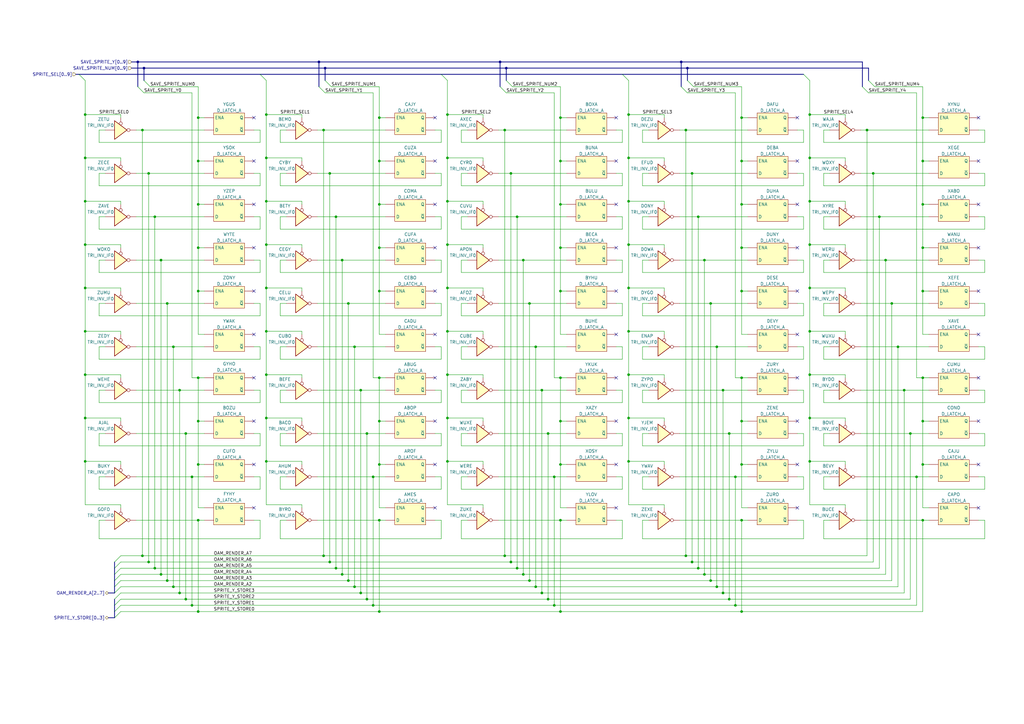
<source format=kicad_sch>
(kicad_sch (version 20231120) (generator "eeschema") (generator_version "8.0")
  (paper "A3")
  (title_block (title "DMG-CPU B") (date "2023-06-26") (rev "0.6") (company "CC-BY-SA-4.0 Régis Galland & Michael Singer -- Derived work from Furrtek") (comment 1 "https://github.com/msinger/dmg-schematics"))
  (junction (at 229.87 83.82))
  (junction (at 304.165 154.94))
  (junction (at 73.66 160.02))
  (junction (at 299.085 177.8))
  (junction (at 81.28 190.5))
  (junction (at 375.92 195.58))
  (junction (at 378.46 83.82))
  (junction (at 229.87 190.5))
  (junction (at 378.46 154.94))
  (junction (at 68.58 124.46))
  (junction (at 332.105 100.33))
  (junction (at 279.4 25.4))
  (junction (at 304.165 213.36))
  (junction (at 378.46 48.26))
  (junction (at 132.715 227.965))
  (junction (at 257.81 135.89))
  (junction (at 155.575 66.04))
  (junction (at 286.385 233.045))
  (junction (at 34.925 64.77))
  (junction (at 142.875 124.46))
  (junction (at 153.035 248.285))
  (junction (at 283.845 71.12))
  (junction (at 378.46 172.72))
  (junction (at 109.22 153.67))
  (junction (at 81.28 83.82))
  (junction (at 288.925 235.585))
  (junction (at 207.01 227.965))
  (junction (at 183.515 189.23))
  (junction (at 155.575 101.6))
  (junction (at 368.3 142.24))
  (junction (at 378.46 66.04))
  (junction (at 257.81 100.33))
  (junction (at 109.22 46.99))
  (junction (at 76.2 177.8))
  (junction (at 183.515 135.89))
  (junction (at 78.74 195.58))
  (junction (at 63.5 88.9))
  (junction (at 301.625 195.58))
  (junction (at 140.335 106.68))
  (junction (at 81.28 48.26))
  (junction (at 219.71 142.24))
  (junction (at 257.81 46.99))
  (junction (at 291.465 124.46))
  (junction (at 34.925 82.55))
  (junction (at 183.515 171.45))
  (junction (at 291.465 238.125))
  (junction (at 109.22 100.33))
  (junction (at 370.84 160.02))
  (junction (at 153.035 195.58))
  (junction (at 34.925 135.89))
  (junction (at 378.46 190.5))
  (junction (at 58.42 53.34))
  (junction (at 229.87 172.72))
  (junction (at 294.005 142.24))
  (junction (at 257.81 153.67))
  (junction (at 378.46 213.36))
  (junction (at 229.87 213.36))
  (junction (at 81.28 213.36))
  (junction (at 109.22 82.55))
  (junction (at 155.575 83.82))
  (junction (at 34.925 118.11))
  (junction (at 360.68 88.9))
  (junction (at 373.38 177.8))
  (junction (at 71.12 142.24))
  (junction (at 145.415 142.24))
  (junction (at 332.105 171.45))
  (junction (at 229.87 119.38))
  (junction (at 183.515 82.55))
  (junction (at 296.545 243.205))
  (junction (at 183.515 64.77))
  (junction (at 257.81 118.11))
  (junction (at 142.875 238.125))
  (junction (at 304.165 66.04))
  (junction (at 81.28 101.6))
  (junction (at 207.645 27.94))
  (junction (at 183.515 153.67))
  (junction (at 281.305 227.965))
  (junction (at 301.625 248.285))
  (junction (at 229.87 250.825))
  (junction (at 155.575 250.825))
  (junction (at 145.415 240.665))
  (junction (at 205.105 25.4))
  (junction (at 304.165 119.38))
  (junction (at 296.545 160.02))
  (junction (at 81.28 250.825))
  (junction (at 183.515 46.99))
  (junction (at 155.575 119.38))
  (junction (at 140.335 235.585))
  (junction (at 109.22 189.23))
  (junction (at 34.925 189.23))
  (junction (at 304.165 48.26))
  (junction (at 214.63 235.585))
  (junction (at 299.085 245.745))
  (junction (at 183.515 100.33))
  (junction (at 304.165 172.72))
  (junction (at 355.6 53.34))
  (junction (at 109.22 118.11))
  (junction (at 150.495 177.8))
  (junction (at 229.87 48.26))
  (junction (at 283.845 230.505))
  (junction (at 135.255 230.505))
  (junction (at 332.105 46.99))
  (junction (at 34.925 46.99))
  (junction (at 304.165 83.82))
  (junction (at 378.46 119.38))
  (junction (at 212.09 233.045))
  (junction (at 155.575 172.72))
  (junction (at 217.17 124.46))
  (junction (at 332.105 82.55))
  (junction (at 304.165 250.825))
  (junction (at 207.01 53.34))
  (junction (at 378.46 101.6))
  (junction (at 183.515 118.11))
  (junction (at 224.79 245.745))
  (junction (at 229.87 101.6))
  (junction (at 217.17 238.125))
  (junction (at 332.105 118.11))
  (junction (at 219.71 240.665))
  (junction (at 34.925 153.67))
  (junction (at 222.25 243.205))
  (junction (at 222.25 160.02))
  (junction (at 212.09 88.9))
  (junction (at 332.105 189.23))
  (junction (at 56.515 25.4))
  (junction (at 109.22 171.45))
  (junction (at 332.105 64.77))
  (junction (at 147.955 160.02))
  (junction (at 257.81 82.55))
  (junction (at 34.925 171.45))
  (junction (at 294.005 240.665))
  (junction (at 133.35 27.94))
  (junction (at 155.575 213.36))
  (junction (at 332.105 135.89))
  (junction (at 81.28 172.72))
  (junction (at 73.66 243.205))
  (junction (at 58.42 227.965))
  (junction (at 78.74 248.285))
  (junction (at 76.2 245.745))
  (junction (at 71.12 240.665))
  (junction (at 68.58 238.125))
  (junction (at 63.5 233.045))
  (junction (at 60.96 230.505))
  (junction (at 66.04 235.585))
  (junction (at 281.305 53.34))
  (junction (at 209.55 230.505))
  (junction (at 137.795 233.045))
  (junction (at 155.575 48.26))
  (junction (at 286.385 88.9))
  (junction (at 81.28 154.94))
  (junction (at 59.055 27.94))
  (junction (at 227.33 248.285))
  (junction (at 81.28 119.38))
  (junction (at 66.04 106.68))
  (junction (at 257.81 189.23))
  (junction (at 109.22 64.77))
  (junction (at 304.165 101.6))
  (junction (at 257.81 64.77))
  (junction (at 155.575 154.94))
  (junction (at 130.81 25.4))
  (junction (at 224.79 177.8))
  (junction (at 137.795 88.9))
  (junction (at 358.14 71.12))
  (junction (at 135.255 71.12))
  (junction (at 363.22 106.68))
  (junction (at 227.33 195.58))
  (junction (at 132.715 53.34))
  (junction (at 332.105 153.67))
  (junction (at 155.575 190.5))
  (junction (at 229.87 154.94))
  (junction (at 209.55 71.12))
  (junction (at 304.165 190.5))
  (junction (at 288.925 106.68))
  (junction (at 34.925 100.33))
  (junction (at 150.495 245.745))
  (junction (at 214.63 106.68))
  (junction (at 60.96 71.12))
  (junction (at 365.76 124.46))
  (junction (at 147.955 243.205))
  (junction (at 257.81 171.45))
  (junction (at 109.22 135.89))
  (junction (at 81.28 66.04))
  (junction (at 229.87 66.04))
  (junction (at 281.94 27.94))
  (no_connect (at 327.025 190.5))
  (no_connect (at 252.73 190.5))
  (no_connect (at 327.025 66.04))
  (no_connect (at 178.435 190.5))
  (no_connect (at 178.435 137.16))
  (no_connect (at 252.73 83.82))
  (no_connect (at 104.14 137.16))
  (no_connect (at 178.435 154.94))
  (no_connect (at 104.14 83.82))
  (no_connect (at 252.73 137.16))
  (no_connect (at 104.14 208.28))
  (no_connect (at 401.32 137.16))
  (no_connect (at 178.435 83.82))
  (no_connect (at 252.73 119.38))
  (no_connect (at 401.32 66.04))
  (no_connect (at 252.73 101.6))
  (no_connect (at 327.025 119.38))
  (no_connect (at 327.025 48.26))
  (no_connect (at 178.435 48.26))
  (no_connect (at 252.73 208.28))
  (no_connect (at 401.32 172.72))
  (no_connect (at 327.025 137.16))
  (no_connect (at 401.32 208.28))
  (no_connect (at 252.73 154.94))
  (no_connect (at 401.32 101.6))
  (no_connect (at 401.32 119.38))
  (no_connect (at 104.14 66.04))
  (no_connect (at 178.435 119.38))
  (no_connect (at 252.73 48.26))
  (no_connect (at 104.14 101.6))
  (no_connect (at 178.435 66.04))
  (no_connect (at 327.025 172.72))
  (no_connect (at 401.32 190.5))
  (no_connect (at 327.025 154.94))
  (no_connect (at 327.025 83.82))
  (no_connect (at 104.14 119.38))
  (no_connect (at 327.025 101.6))
  (no_connect (at 104.14 172.72))
  (no_connect (at 252.73 66.04))
  (no_connect (at 178.435 172.72))
  (no_connect (at 401.32 83.82))
  (no_connect (at 252.73 172.72))
  (no_connect (at 327.025 208.28))
  (no_connect (at 104.14 190.5))
  (no_connect (at 401.32 154.94))
  (no_connect (at 104.14 154.94))
  (no_connect (at 178.435 101.6))
  (no_connect (at 104.14 48.26))
  (no_connect (at 401.32 48.26))
  (no_connect (at 178.435 208.28))
  (bus_entry (at 32.385 30.48) (size 2.54 2.54))
  (bus_entry (at 46.99 233.045) (size 2.54 -2.54))
  (bus_entry (at 46.99 238.125) (size 2.54 -2.54))
  (bus_entry (at 133.35 33.02) (size 2.54 2.54))
  (bus_entry (at 59.055 33.02) (size 2.54 2.54))
  (bus_entry (at 180.975 30.48) (size 2.54 2.54))
  (bus_entry (at 130.81 35.56) (size 2.54 2.54))
  (bus_entry (at 255.27 30.48) (size 2.54 2.54))
  (bus_entry (at 205.105 35.56) (size 2.54 2.54))
  (bus_entry (at 106.68 30.48) (size 2.54 2.54))
  (bus_entry (at 46.99 235.585) (size 2.54 -2.54))
  (bus_entry (at 353.695 35.56) (size 2.54 2.54))
  (bus_entry (at 56.515 35.56) (size 2.54 2.54))
  (bus_entry (at 46.99 243.205) (size 2.54 -2.54))
  (bus_entry (at 49.53 243.205) (size -2.54 2.54))
  (bus_entry (at 207.645 33.02) (size 2.54 2.54))
  (bus_entry (at 279.4 35.56) (size 2.54 2.54))
  (bus_entry (at 46.99 230.505) (size 2.54 -2.54))
  (bus_entry (at 49.53 250.825) (size -2.54 2.54))
  (bus_entry (at 356.235 33.02) (size 2.54 2.54))
  (bus_entry (at 281.94 33.02) (size 2.54 2.54))
  (bus_entry (at 49.53 245.745) (size -2.54 2.54))
  (bus_entry (at 49.53 248.285) (size -2.54 2.54))
  (bus_entry (at 329.565 30.48) (size 2.54 2.54))
  (bus_entry (at 46.99 240.665) (size 2.54 -2.54))
  (wire (pts (xy 106.68 76.2) (xy 40.64 76.2)))
  (wire (pts (xy 281.305 53.34) (xy 306.705 53.34)))
  (wire (pts (xy 255.27 106.68) (xy 255.27 111.76)))
  (wire (pts (xy 180.975 76.2) (xy 114.935 76.2)))
  (wire (pts (xy 283.845 71.12) (xy 306.705 71.12)))
  (wire (pts (xy 55.88 160.02) (xy 73.66 160.02)))
  (wire (pts (xy 272.415 208.28) (xy 272.415 207.01)))
  (wire (pts (xy 304.165 250.825) (xy 378.46 250.825)))
  (wire (pts (xy 263.525 58.42) (xy 263.525 53.34)))
  (wire (pts (xy 353.06 71.12) (xy 358.14 71.12)))
  (wire (pts (xy 301.625 248.285) (xy 375.92 248.285)))
  (wire (pts (xy 353.06 160.02) (xy 370.84 160.02)))
  (wire (pts (xy 81.28 83.82) (xy 81.28 101.6)))
  (wire (pts (xy 114.935 182.88) (xy 114.935 177.8)))
  (wire (pts (xy 346.71 118.11) (xy 332.105 118.11)))
  (wire (pts (xy 49.53 137.16) (xy 49.53 135.89)))
  (wire (pts (xy 49.53 189.23) (xy 49.53 190.5)))
  (wire (pts (xy 130.175 213.36) (xy 155.575 213.36)))
  (bus (pts (xy 130.81 25.4) (xy 205.105 25.4)))
  (wire (pts (xy 40.64 182.88) (xy 40.64 177.8)))
  (wire (pts (xy 337.82 182.88) (xy 337.82 177.8)))
  (wire (pts (xy 189.23 58.42) (xy 189.23 53.34)))
  (wire (pts (xy 263.525 182.88) (xy 263.525 177.8)))
  (wire (pts (xy 272.415 118.11) (xy 257.81 118.11)))
  (wire (pts (xy 329.565 111.76) (xy 263.525 111.76)))
  (wire (pts (xy 204.47 213.36) (xy 229.87 213.36)))
  (wire (pts (xy 123.825 153.67) (xy 123.825 154.94)))
  (wire (pts (xy 329.565 93.98) (xy 263.525 93.98)))
  (wire (pts (xy 217.17 238.125) (xy 291.465 238.125)))
  (wire (pts (xy 272.415 46.99) (xy 272.415 48.26)))
  (wire (pts (xy 123.825 135.89) (xy 109.22 135.89)))
  (wire (pts (xy 180.975 182.88) (xy 114.935 182.88)))
  (wire (pts (xy 145.415 142.24) (xy 145.415 240.665)))
  (wire (pts (xy 158.115 154.94) (xy 155.575 154.94)))
  (wire (pts (xy 255.27 142.24) (xy 255.27 147.32)))
  (wire (pts (xy 294.005 240.665) (xy 368.3 240.665)))
  (wire (pts (xy 40.64 165.1) (xy 40.64 160.02)))
  (wire (pts (xy 34.925 189.23) (xy 34.925 207.01)))
  (wire (pts (xy 232.41 154.94) (xy 229.87 154.94)))
  (bus (pts (xy 279.4 25.4) (xy 353.695 25.4)))
  (wire (pts (xy 104.14 195.58) (xy 106.68 195.58)))
  (wire (pts (xy 363.22 106.68) (xy 363.22 235.585)))
  (wire (pts (xy 255.27 160.02) (xy 255.27 165.1)))
  (wire (pts (xy 381 48.26) (xy 378.46 48.26)))
  (wire (pts (xy 229.87 83.82) (xy 229.87 101.6)))
  (wire (pts (xy 34.925 153.67) (xy 34.925 171.45)))
  (wire (pts (xy 329.565 53.34) (xy 329.565 58.42)))
  (wire (pts (xy 217.17 124.46) (xy 232.41 124.46)))
  (wire (pts (xy 204.47 71.12) (xy 209.55 71.12)))
  (wire (pts (xy 109.22 82.55) (xy 109.22 100.33)))
  (wire (pts (xy 198.12 171.45) (xy 183.515 171.45)))
  (wire (pts (xy 272.415 137.16) (xy 272.415 135.89)))
  (wire (pts (xy 304.165 172.72) (xy 306.705 172.72)))
  (wire (pts (xy 155.575 101.6) (xy 155.575 119.38)))
  (wire (pts (xy 263.525 160.02) (xy 266.065 160.02)))
  (wire (pts (xy 60.96 230.505) (xy 135.255 230.505)))
  (wire (pts (xy 180.975 220.98) (xy 114.935 220.98)))
  (wire (pts (xy 346.71 135.89) (xy 332.105 135.89)))
  (wire (pts (xy 153.035 154.94) (xy 153.035 38.1)))
  (bus (pts (xy 255.27 30.48) (xy 329.565 30.48)))
  (wire (pts (xy 255.27 76.2) (xy 189.23 76.2)))
  (wire (pts (xy 114.935 200.66) (xy 114.935 195.58)))
  (wire (pts (xy 257.81 189.23) (xy 272.415 189.23)))
  (wire (pts (xy 66.04 106.68) (xy 66.04 235.585)))
  (wire (pts (xy 329.565 200.66) (xy 263.525 200.66)))
  (wire (pts (xy 403.86 220.98) (xy 337.82 220.98)))
  (wire (pts (xy 291.465 124.46) (xy 306.705 124.46)))
  (wire (pts (xy 304.165 66.04) (xy 304.165 83.82)))
  (wire (pts (xy 198.12 82.55) (xy 183.515 82.55)))
  (wire (pts (xy 346.71 64.77) (xy 346.71 66.04)))
  (wire (pts (xy 55.88 213.36) (xy 81.28 213.36)))
  (wire (pts (xy 155.575 190.5) (xy 155.575 208.28)))
  (wire (pts (xy 130.175 88.9) (xy 137.795 88.9)))
  (wire (pts (xy 263.525 124.46) (xy 266.065 124.46)))
  (wire (pts (xy 378.46 83.82) (xy 378.46 101.6)))
  (wire (pts (xy 178.435 142.24) (xy 180.975 142.24)))
  (wire (pts (xy 329.565 76.2) (xy 263.525 76.2)))
  (wire (pts (xy 183.515 189.23) (xy 198.12 189.23)))
  (wire (pts (xy 365.76 238.125) (xy 365.76 124.46)))
  (wire (pts (xy 403.86 106.68) (xy 403.86 111.76)))
  (wire (pts (xy 346.71 82.55) (xy 332.105 82.55)))
  (wire (pts (xy 327.025 213.36) (xy 329.565 213.36)))
  (wire (pts (xy 255.27 200.66) (xy 189.23 200.66)))
  (bus (pts (xy 207.645 27.94) (xy 281.94 27.94)))
  (wire (pts (xy 378.46 66.04) (xy 378.46 83.82)))
  (wire (pts (xy 204.47 106.68) (xy 214.63 106.68)))
  (wire (pts (xy 278.765 160.02) (xy 296.545 160.02)))
  (wire (pts (xy 106.68 58.42) (xy 40.64 58.42)))
  (wire (pts (xy 229.87 154.94) (xy 229.87 172.72)))
  (wire (pts (xy 281.305 227.965) (xy 355.6 227.965)))
  (wire (pts (xy 229.87 66.04) (xy 232.41 66.04)))
  (wire (pts (xy 106.68 71.12) (xy 106.68 76.2)))
  (wire (pts (xy 375.92 154.94) (xy 375.92 38.1)))
  (wire (pts (xy 130.175 106.68) (xy 140.335 106.68)))
  (wire (pts (xy 375.92 195.58) (xy 381 195.58)))
  (wire (pts (xy 278.765 142.24) (xy 294.005 142.24)))
  (wire (pts (xy 255.27 111.76) (xy 189.23 111.76)))
  (wire (pts (xy 34.925 100.33) (xy 49.53 100.33)))
  (wire (pts (xy 355.6 53.34) (xy 355.6 227.965)))
  (wire (pts (xy 291.465 238.125) (xy 365.76 238.125)))
  (wire (pts (xy 263.525 165.1) (xy 263.525 160.02)))
  (wire (pts (xy 263.525 177.8) (xy 266.065 177.8)))
  (wire (pts (xy 130.175 124.46) (xy 142.875 124.46)))
  (wire (pts (xy 286.385 233.045) (xy 360.68 233.045)))
  (wire (pts (xy 368.3 142.24) (xy 381 142.24)))
  (wire (pts (xy 368.3 142.24) (xy 368.3 240.665)))
  (wire (pts (xy 299.085 177.8) (xy 306.705 177.8)))
  (wire (pts (xy 40.64 111.76) (xy 40.64 106.68)))
  (wire (pts (xy 145.415 240.665) (xy 219.71 240.665)))
  (wire (pts (xy 304.165 208.28) (xy 306.705 208.28)))
  (wire (pts (xy 229.87 250.825) (xy 304.165 250.825)))
  (wire (pts (xy 337.82 76.2) (xy 337.82 71.12)))
  (wire (pts (xy 83.82 83.82) (xy 81.28 83.82)))
  (wire (pts (xy 403.86 213.36) (xy 403.86 220.98)))
  (bus (pts (xy 46.99 233.045) (xy 46.99 235.585)))
  (wire (pts (xy 34.925 33.02) (xy 34.925 46.99)))
  (bus (pts (xy 46.99 250.825) (xy 46.99 253.365)))
  (wire (pts (xy 49.53 118.11) (xy 34.925 118.11)))
  (wire (pts (xy 327.025 53.34) (xy 329.565 53.34)))
  (wire (pts (xy 255.27 165.1) (xy 189.23 165.1)))
  (wire (pts (xy 360.68 88.9) (xy 360.68 233.045)))
  (wire (pts (xy 363.22 106.68) (xy 381 106.68)))
  (wire (pts (xy 403.86 76.2) (xy 337.82 76.2)))
  (wire (pts (xy 381 190.5) (xy 378.46 190.5)))
  (wire (pts (xy 49.53 83.82) (xy 49.53 82.55)))
  (wire (pts (xy 104.14 160.02) (xy 106.68 160.02)))
  (wire (pts (xy 109.22 153.67) (xy 123.825 153.67)))
  (wire (pts (xy 353.06 177.8) (xy 373.38 177.8)))
  (wire (pts (xy 81.28 213.36) (xy 81.28 250.825)))
  (wire (pts (xy 114.935 220.98) (xy 114.935 213.36)))
  (wire (pts (xy 106.68 53.34) (xy 106.68 58.42)))
  (wire (pts (xy 229.87 119.38) (xy 229.87 137.16)))
  (wire (pts (xy 73.66 160.02) (xy 83.82 160.02)))
  (wire (pts (xy 378.46 48.26) (xy 378.46 66.04)))
  (wire (pts (xy 403.86 142.24) (xy 403.86 147.32)))
  (wire (pts (xy 255.27 213.36) (xy 255.27 220.98)))
  (wire (pts (xy 178.435 88.9) (xy 180.975 88.9)))
  (wire (pts (xy 155.575 119.38) (xy 155.575 137.16)))
  (wire (pts (xy 337.82 213.36) (xy 340.36 213.36)))
  (bus (pts (xy 205.105 25.4) (xy 279.4 25.4)))
  (wire (pts (xy 60.96 71.12) (xy 60.96 230.505)))
  (wire (pts (xy 114.935 142.24) (xy 117.475 142.24)))
  (bus (pts (xy 279.4 25.4) (xy 279.4 35.56)))
  (wire (pts (xy 109.22 153.67) (xy 109.22 171.45)))
  (wire (pts (xy 252.73 124.46) (xy 255.27 124.46)))
  (wire (pts (xy 189.23 71.12) (xy 191.77 71.12)))
  (wire (pts (xy 40.64 88.9) (xy 43.18 88.9)))
  (wire (pts (xy 81.28 172.72) (xy 83.82 172.72)))
  (wire (pts (xy 263.525 220.98) (xy 263.525 213.36)))
  (wire (pts (xy 222.25 160.02) (xy 232.41 160.02)))
  (wire (pts (xy 104.14 88.9) (xy 106.68 88.9)))
  (wire (pts (xy 155.575 66.04) (xy 155.575 83.82)))
  (wire (pts (xy 135.255 71.12) (xy 135.255 230.505)))
  (wire (pts (xy 49.53 245.745) (xy 76.2 245.745)))
  (bus (pts (xy 53.975 25.4) (xy 56.515 25.4)))
  (wire (pts (xy 83.82 154.94) (xy 81.28 154.94)))
  (wire (pts (xy 229.87 190.5) (xy 229.87 208.28)))
  (wire (pts (xy 114.935 53.34) (xy 117.475 53.34)))
  (wire (pts (xy 263.525 111.76) (xy 263.525 106.68)))
  (wire (pts (xy 189.23 195.58) (xy 191.77 195.58)))
  (wire (pts (xy 281.305 53.34) (xy 281.305 227.965)))
  (wire (pts (xy 155.575 154.94) (xy 155.575 172.72)))
  (wire (pts (xy 252.73 106.68) (xy 255.27 106.68)))
  (wire (pts (xy 252.73 53.34) (xy 255.27 53.34)))
  (wire (pts (xy 329.565 129.54) (xy 263.525 129.54)))
  (wire (pts (xy 232.41 190.5) (xy 229.87 190.5)))
  (wire (pts (xy 332.105 64.77) (xy 332.105 46.99)))
  (wire (pts (xy 207.01 53.34) (xy 207.01 227.965)))
  (wire (pts (xy 109.22 64.77) (xy 109.22 82.55)))
  (wire (pts (xy 378.46 154.94) (xy 378.46 172.72)))
  (wire (pts (xy 272.415 83.82) (xy 272.415 82.55)))
  (wire (pts (xy 73.66 160.02) (xy 73.66 243.205)))
  (wire (pts (xy 123.825 189.23) (xy 123.825 190.5)))
  (wire (pts (xy 189.23 53.34) (xy 191.77 53.34)))
  (wire (pts (xy 40.64 147.32) (xy 40.64 142.24)))
  (wire (pts (xy 346.71 208.28) (xy 346.71 207.01)))
  (wire (pts (xy 403.86 71.12) (xy 403.86 76.2)))
  (wire (pts (xy 288.925 106.68) (xy 306.705 106.68)))
  (wire (pts (xy 327.025 106.68) (xy 329.565 106.68)))
  (wire (pts (xy 255.27 93.98) (xy 189.23 93.98)))
  (wire (pts (xy 263.525 213.36) (xy 266.065 213.36)))
  (wire (pts (xy 66.04 235.585) (xy 140.335 235.585)))
  (wire (pts (xy 329.565 106.68) (xy 329.565 111.76)))
  (wire (pts (xy 198.12 153.67) (xy 198.12 154.94)))
  (wire (pts (xy 78.74 195.58) (xy 78.74 248.285)))
  (wire (pts (xy 255.27 195.58) (xy 255.27 200.66)))
  (wire (pts (xy 403.86 147.32) (xy 337.82 147.32)))
  (wire (pts (xy 222.25 160.02) (xy 222.25 243.205)))
  (wire (pts (xy 81.28 119.38) (xy 81.28 137.16)))
  (wire (pts (xy 155.575 172.72) (xy 155.575 190.5)))
  (wire (pts (xy 365.76 124.46) (xy 381 124.46)))
  (wire (pts (xy 68.58 238.125) (xy 68.58 124.46)))
  (wire (pts (xy 104.14 124.46) (xy 106.68 124.46)))
  (wire (pts (xy 401.32 88.9) (xy 403.86 88.9)))
  (bus (pts (xy 281.94 27.94) (xy 281.94 33.02)))
  (wire (pts (xy 109.22 189.23) (xy 109.22 207.01)))
  (wire (pts (xy 58.42 53.34) (xy 58.42 227.965)))
  (wire (pts (xy 401.32 71.12) (xy 403.86 71.12)))
  (wire (pts (xy 123.825 118.11) (xy 109.22 118.11)))
  (wire (pts (xy 180.975 165.1) (xy 114.935 165.1)))
  (wire (pts (xy 198.12 119.38) (xy 198.12 118.11)))
  (wire (pts (xy 263.525 106.68) (xy 266.065 106.68)))
  (wire (pts (xy 198.12 118.11) (xy 183.515 118.11)))
  (wire (pts (xy 232.41 48.26) (xy 229.87 48.26)))
  (wire (pts (xy 401.32 177.8) (xy 403.86 177.8)))
  (wire (pts (xy 257.81 135.89) (xy 257.81 153.67)))
  (wire (pts (xy 114.935 93.98) (xy 114.935 88.9)))
  (wire (pts (xy 180.975 58.42) (xy 114.935 58.42)))
  (wire (pts (xy 229.87 172.72) (xy 229.87 190.5)))
  (wire (pts (xy 257.81 82.55) (xy 257.81 100.33)))
  (bus (pts (xy 56.515 25.4) (xy 56.515 35.56)))
  (wire (pts (xy 106.68 129.54) (xy 40.64 129.54)))
  (wire (pts (xy 180.975 71.12) (xy 180.975 76.2)))
  (wire (pts (xy 229.87 213.36) (xy 232.41 213.36)))
  (wire (pts (xy 130.175 142.24) (xy 145.415 142.24)))
  (wire (pts (xy 158.115 83.82) (xy 155.575 83.82)))
  (wire (pts (xy 198.12 46.99) (xy 198.12 48.26)))
  (wire (pts (xy 296.545 160.02) (xy 306.705 160.02)))
  (wire (pts (xy 332.105 118.11) (xy 332.105 135.89)))
  (wire (pts (xy 332.105 153.67) (xy 332.105 171.45)))
  (wire (pts (xy 299.085 177.8) (xy 299.085 245.745)))
  (wire (pts (xy 68.58 124.46) (xy 83.82 124.46)))
  (wire (pts (xy 403.86 88.9) (xy 403.86 93.98)))
  (wire (pts (xy 114.935 177.8) (xy 117.475 177.8)))
  (wire (pts (xy 332.105 82.55) (xy 332.105 100.33)))
  (wire (pts (xy 104.14 177.8) (xy 106.68 177.8)))
  (wire (pts (xy 189.23 93.98) (xy 189.23 88.9)))
  (wire (pts (xy 114.935 165.1) (xy 114.935 160.02)))
  (wire (pts (xy 145.415 142.24) (xy 158.115 142.24)))
  (wire (pts (xy 257.81 118.11) (xy 257.81 135.89)))
  (wire (pts (xy 219.71 142.24) (xy 219.71 240.665)))
  (wire (pts (xy 180.975 106.68) (xy 180.975 111.76)))
  (wire (pts (xy 189.23 220.98) (xy 189.23 213.36)))
  (bus (pts (xy 353.695 25.4) (xy 353.695 35.56)))
  (wire (pts (xy 232.41 119.38) (xy 229.87 119.38)))
  (wire (pts (xy 130.175 53.34) (xy 132.715 53.34)))
  (wire (pts (xy 272.415 153.67) (xy 272.415 154.94)))
  (bus (pts (xy 59.055 27.94) (xy 133.35 27.94)))
  (wire (pts (xy 327.025 71.12) (xy 329.565 71.12)))
  (wire (pts (xy 114.935 111.76) (xy 114.935 106.68)))
  (wire (pts (xy 155.575 101.6) (xy 158.115 101.6)))
  (wire (pts (xy 373.38 177.8) (xy 381 177.8)))
  (wire (pts (xy 198.12 83.82) (xy 198.12 82.55)))
  (wire (pts (xy 198.12 189.23) (xy 198.12 190.5)))
  (wire (pts (xy 329.565 213.36) (xy 329.565 220.98)))
  (wire (pts (xy 183.515 118.11) (xy 183.515 135.89)))
  (wire (pts (xy 255.27 71.12) (xy 255.27 76.2)))
  (wire (pts (xy 358.14 71.12) (xy 358.14 230.505)))
  (wire (pts (xy 224.79 245.745) (xy 299.085 245.745)))
  (wire (pts (xy 183.515 135.89) (xy 183.515 153.67)))
  (wire (pts (xy 155.575 213.36) (xy 155.575 250.825)))
  (wire (pts (xy 337.82 177.8) (xy 340.36 177.8)))
  (wire (pts (xy 304.165 119.38) (xy 304.165 137.16)))
  (wire (pts (xy 189.23 147.32) (xy 189.23 142.24)))
  (wire (pts (xy 286.385 88.9) (xy 286.385 233.045)))
  (wire (pts (xy 114.935 147.32) (xy 114.935 142.24)))
  (wire (pts (xy 40.64 106.68) (xy 43.18 106.68)))
  (wire (pts (xy 304.165 66.04) (xy 306.705 66.04)))
  (wire (pts (xy 40.64 220.98) (xy 40.64 213.36)))
  (wire (pts (xy 381 154.94) (xy 378.46 154.94)))
  (wire (pts (xy 263.525 88.9) (xy 266.065 88.9)))
  (wire (pts (xy 304.165 137.16) (xy 306.705 137.16)))
  (wire (pts (xy 49.53 46.99) (xy 49.53 48.26)))
  (wire (pts (xy 49.53 238.125) (xy 68.58 238.125)))
  (wire (pts (xy 49.53 230.505) (xy 60.96 230.505)))
  (wire (pts (xy 81.28 250.825) (xy 155.575 250.825)))
  (wire (pts (xy 198.12 207.01) (xy 183.515 207.01)))
  (wire (pts (xy 132.715 53.34) (xy 158.115 53.34)))
  (wire (pts (xy 123.825 83.82) (xy 123.825 82.55)))
  (wire (pts (xy 123.825 64.77) (xy 123.825 66.04)))
  (wire (pts (xy 73.66 243.205) (xy 147.955 243.205)))
  (wire (pts (xy 403.86 58.42) (xy 337.82 58.42)))
  (wire (pts (xy 40.64 142.24) (xy 43.18 142.24)))
  (wire (pts (xy 204.47 142.24) (xy 219.71 142.24)))
  (wire (pts (xy 207.01 227.965) (xy 281.305 227.965)))
  (wire (pts (xy 296.545 243.205) (xy 370.84 243.205)))
  (wire (pts (xy 133.35 38.1) (xy 153.035 38.1)))
  (wire (pts (xy 40.64 76.2) (xy 40.64 71.12)))
  (wire (pts (xy 332.105 64.77) (xy 332.105 82.55)))
  (wire (pts (xy 332.105 135.89) (xy 332.105 153.67)))
  (wire (pts (xy 353.06 53.34) (xy 355.6 53.34)))
  (wire (pts (xy 403.86 111.76) (xy 337.82 111.76)))
  (wire (pts (xy 252.73 160.02) (xy 255.27 160.02)))
  (wire (pts (xy 401.32 195.58) (xy 403.86 195.58)))
  (bus (pts (xy 281.94 27.94) (xy 356.235 27.94)))
  (wire (pts (xy 306.705 83.82) (xy 304.165 83.82)))
  (wire (pts (xy 255.27 220.98) (xy 189.23 220.98)))
  (wire (pts (xy 81.28 66.04) (xy 83.82 66.04)))
  (wire (pts (xy 49.53 235.585) (xy 66.04 235.585)))
  (wire (pts (xy 291.465 238.125) (xy 291.465 124.46)))
  (wire (pts (xy 178.435 106.68) (xy 180.975 106.68)))
  (wire (pts (xy 135.255 230.505) (xy 209.55 230.505)))
  (wire (pts (xy 178.435 213.36) (xy 180.975 213.36)))
  (wire (pts (xy 198.12 100.33) (xy 198.12 101.6)))
  (wire (pts (xy 34.925 118.11) (xy 34.925 135.89)))
  (wire (pts (xy 183.515 189.23) (xy 183.515 207.01)))
  (wire (pts (xy 278.765 106.68) (xy 288.925 106.68)))
  (bus (pts (xy 356.235 27.94) (xy 356.235 33.02)))
  (wire (pts (xy 337.82 124.46) (xy 340.36 124.46)))
  (wire (pts (xy 147.955 160.02) (xy 147.955 243.205)))
  (wire (pts (xy 49.53 207.01) (xy 34.925 207.01)))
  (wire (pts (xy 204.47 195.58) (xy 227.33 195.58)))
  (wire (pts (xy 40.64 213.36) (xy 43.18 213.36)))
  (wire (pts (xy 263.525 76.2) (xy 263.525 71.12)))
  (wire (pts (xy 34.925 135.89) (xy 34.925 153.67)))
  (wire (pts (xy 142.875 238.125) (xy 142.875 124.46)))
  (wire (pts (xy 123.825 82.55) (xy 109.22 82.55)))
  (wire (pts (xy 207.645 38.1) (xy 227.33 38.1)))
  (wire (pts (xy 189.23 76.2) (xy 189.23 71.12)))
  (wire (pts (xy 209.55 230.505) (xy 283.845 230.505)))
  (wire (pts (xy 329.565 220.98) (xy 263.525 220.98)))
  (wire (pts (xy 106.68 142.24) (xy 106.68 147.32)))
  (wire (pts (xy 229.87 172.72) (xy 232.41 172.72)))
  (wire (pts (xy 78.74 248.285) (xy 153.035 248.285)))
  (wire (pts (xy 306.705 119.38) (xy 304.165 119.38)))
  (wire (pts (xy 130.175 177.8) (xy 150.495 177.8)))
  (wire (pts (xy 278.765 177.8) (xy 299.085 177.8)))
  (wire (pts (xy 304.165 48.26) (xy 304.165 35.56)))
  (wire (pts (xy 104.14 53.34) (xy 106.68 53.34)))
  (wire (pts (xy 229.87 137.16) (xy 232.41 137.16)))
  (wire (pts (xy 109.22 100.33) (xy 109.22 118.11)))
  (wire (pts (xy 49.53 171.45) (xy 34.925 171.45)))
  (wire (pts (xy 104.14 213.36) (xy 106.68 213.36)))
  (wire (pts (xy 401.32 106.68) (xy 403.86 106.68)))
  (wire (pts (xy 155.575 154.94) (xy 153.035 154.94)))
  (wire (pts (xy 329.565 142.24) (xy 329.565 147.32)))
  (wire (pts (xy 78.74 195.58) (xy 83.82 195.58)))
  (wire (pts (xy 370.84 160.02) (xy 370.84 243.205)))
  (wire (pts (xy 180.975 213.36) (xy 180.975 220.98)))
  (wire (pts (xy 403.86 53.34) (xy 403.86 58.42)))
  (wire (pts (xy 109.22 135.89) (xy 109.22 153.67)))
  (wire (pts (xy 378.46 66.04) (xy 381 66.04)))
  (wire (pts (xy 272.415 171.45) (xy 257.81 171.45)))
  (wire (pts (xy 286.385 88.9) (xy 306.705 88.9)))
  (wire (pts (xy 106.68 177.8) (xy 106.68 182.88)))
  (wire (pts (xy 76.2 245.745) (xy 150.495 245.745)))
  (wire (pts (xy 49.53 172.72) (xy 49.53 171.45)))
  (wire (pts (xy 227.33 195.58) (xy 227.33 248.285)))
  (wire (pts (xy 178.435 177.8) (xy 180.975 177.8)))
  (wire (pts (xy 158.115 119.38) (xy 155.575 119.38)))
  (wire (pts (xy 229.87 154.94) (xy 227.33 154.94)))
  (wire (pts (xy 263.525 195.58) (xy 266.065 195.58)))
  (wire (pts (xy 378.46 213.36) (xy 381 213.36)))
  (wire (pts (xy 294.005 142.24) (xy 306.705 142.24)))
  (wire (pts (xy 222.25 243.205) (xy 296.545 243.205)))
  (wire (pts (xy 106.68 200.66) (xy 40.64 200.66)))
  (wire (pts (xy 229.87 66.04) (xy 229.87 83.82)))
  (wire (pts (xy 178.435 71.12) (xy 180.975 71.12)))
  (wire (pts (xy 327.025 124.46) (xy 329.565 124.46)))
  (wire (pts (xy 180.975 177.8) (xy 180.975 182.88)))
  (wire (pts (xy 81.28 172.72) (xy 81.28 190.5)))
  (wire (pts (xy 147.955 243.205) (xy 222.25 243.205)))
  (wire (pts (xy 283.845 230.505) (xy 358.14 230.505)))
  (wire (pts (xy 123.825 46.99) (xy 123.825 48.26)))
  (wire (pts (xy 135.89 35.56) (xy 155.575 35.56)))
  (wire (pts (xy 189.23 177.8) (xy 191.77 177.8)))
  (wire (pts (xy 155.575 48.26) (xy 155.575 35.56)))
  (wire (pts (xy 109.22 100.33) (xy 123.825 100.33)))
  (wire (pts (xy 229.87 101.6) (xy 232.41 101.6)))
  (wire (pts (xy 304.165 190.5) (xy 304.165 208.28)))
  (wire (pts (xy 332.105 46.99) (xy 346.71 46.99)))
  (wire (pts (xy 81.28 190.5) (xy 81.28 208.28)))
  (wire (pts (xy 304.165 48.26) (xy 304.165 66.04)))
  (wire (pts (xy 272.415 135.89) (xy 257.81 135.89)))
  (wire (pts (xy 155.575 66.04) (xy 158.115 66.04)))
  (wire (pts (xy 155.575 208.28) (xy 158.115 208.28)))
  (wire (pts (xy 114.935 129.54) (xy 114.935 124.46)))
  (wire (pts (xy 278.765 124.46) (xy 291.465 124.46)))
  (wire (pts (xy 332.105 153.67) (xy 346.71 153.67)))
  (wire (pts (xy 329.565 71.12) (xy 329.565 76.2)))
  (wire (pts (xy 255.27 58.42) (xy 189.23 58.42)))
  (wire (pts (xy 55.88 88.9) (xy 63.5 88.9)))
  (wire (pts (xy 403.86 177.8) (xy 403.86 182.88)))
  (wire (pts (xy 337.82 106.68) (xy 340.36 106.68)))
  (wire (pts (xy 150.495 177.8) (xy 150.495 245.745)))
  (wire (pts (xy 219.71 142.24) (xy 232.41 142.24)))
  (wire (pts (xy 257.81 64.77) (xy 257.81 46.99)))
  (wire (pts (xy 301.625 195.58) (xy 301.625 248.285)))
  (wire (pts (xy 178.435 195.58) (xy 180.975 195.58)))
  (wire (pts (xy 34.925 64.77) (xy 34.925 82.55)))
  (bus (pts (xy 53.975 27.94) (xy 59.055 27.94)))
  (wire (pts (xy 83.82 48.26) (xy 81.28 48.26)))
  (wire (pts (xy 178.435 124.46) (xy 180.975 124.46)))
  (wire (pts (xy 210.185 35.56) (xy 229.87 35.56)))
  (wire (pts (xy 272.415 207.01) (xy 257.81 207.01)))
  (wire (pts (xy 329.565 195.58) (xy 329.565 200.66)))
  (wire (pts (xy 346.71 119.38) (xy 346.71 118.11)))
  (wire (pts (xy 123.825 171.45) (xy 109.22 171.45)))
  (wire (pts (xy 329.565 147.32) (xy 263.525 147.32)))
  (wire (pts (xy 346.71 172.72) (xy 346.71 171.45)))
  (wire (pts (xy 263.525 200.66) (xy 263.525 195.58)))
  (wire (pts (xy 158.115 190.5) (xy 155.575 190.5)))
  (wire (pts (xy 263.525 71.12) (xy 266.065 71.12)))
  (wire (pts (xy 155.575 137.16) (xy 158.115 137.16)))
  (wire (pts (xy 49.53 227.965) (xy 58.42 227.965)))
  (wire (pts (xy 257.81 100.33) (xy 272.415 100.33)))
  (wire (pts (xy 71.12 240.665) (xy 145.415 240.665)))
  (wire (pts (xy 378.46 101.6) (xy 378.46 119.38)))
  (wire (pts (xy 337.82 142.24) (xy 340.36 142.24)))
  (wire (pts (xy 304.165 172.72) (xy 304.165 190.5)))
  (wire (pts (xy 224.79 177.8) (xy 224.79 245.745)))
  (wire (pts (xy 155.575 213.36) (xy 158.115 213.36)))
  (bus (pts (xy 133.35 27.94) (xy 207.645 27.94)))
  (wire (pts (xy 214.63 235.585) (xy 288.925 235.585)))
  (wire (pts (xy 337.82 200.66) (xy 337.82 195.58)))
  (wire (pts (xy 346.71 171.45) (xy 332.105 171.45)))
  (wire (pts (xy 55.88 124.46) (xy 68.58 124.46)))
  (wire (pts (xy 114.935 213.36) (xy 117.475 213.36)))
  (wire (pts (xy 63.5 88.9) (xy 83.82 88.9)))
  (bus (pts (xy 46.99 240.665) (xy 46.99 243.205)))
  (wire (pts (xy 40.64 71.12) (xy 43.18 71.12)))
  (wire (pts (xy 81.28 48.26) (xy 81.28 35.56)))
  (bus (pts (xy 180.975 30.48) (xy 255.27 30.48)))
  (wire (pts (xy 34.925 46.99) (xy 49.53 46.99)))
  (wire (pts (xy 147.955 160.02) (xy 158.115 160.02)))
  (wire (pts (xy 114.935 124.46) (xy 117.475 124.46)))
  (bus (pts (xy 56.515 25.4) (xy 130.81 25.4)))
  (wire (pts (xy 204.47 177.8) (xy 224.79 177.8)))
  (wire (pts (xy 63.5 88.9) (xy 63.5 233.045)))
  (wire (pts (xy 140.335 106.68) (xy 158.115 106.68)))
  (wire (pts (xy 34.925 153.67) (xy 49.53 153.67)))
  (bus (pts (xy 46.99 235.585) (xy 46.99 238.125)))
  (wire (pts (xy 204.47 124.46) (xy 217.17 124.46)))
  (wire (pts (xy 301.625 195.58) (xy 306.705 195.58)))
  (wire (pts (xy 401.32 213.36) (xy 403.86 213.36)))
  (wire (pts (xy 49.53 250.825) (xy 81.28 250.825)))
  (wire (pts (xy 114.935 76.2) (xy 114.935 71.12)))
  (wire (pts (xy 288.925 235.585) (xy 363.22 235.585)))
  (wire (pts (xy 346.71 153.67) (xy 346.71 154.94)))
  (wire (pts (xy 58.42 227.965) (xy 132.715 227.965)))
  (wire (pts (xy 180.975 147.32) (xy 114.935 147.32)))
  (wire (pts (xy 40.64 93.98) (xy 40.64 88.9)))
  (wire (pts (xy 137.795 88.9) (xy 158.115 88.9)))
  (wire (pts (xy 329.565 177.8) (xy 329.565 182.88)))
  (wire (pts (xy 304.165 101.6) (xy 306.705 101.6)))
  (wire (pts (xy 114.935 71.12) (xy 117.475 71.12)))
  (wire (pts (xy 257.81 64.77) (xy 257.81 82.55)))
  (wire (pts (xy 34.925 64.77) (xy 34.925 46.99)))
  (wire (pts (xy 198.12 64.77) (xy 198.12 66.04)))
  (wire (pts (xy 55.88 177.8) (xy 76.2 177.8)))
  (wire (pts (xy 81.28 154.94) (xy 81.28 172.72)))
  (wire (pts (xy 332.105 189.23) (xy 346.71 189.23)))
  (wire (pts (xy 180.975 88.9) (xy 180.975 93.98)))
  (wire (pts (xy 381 83.82) (xy 378.46 83.82)))
  (wire (pts (xy 403.86 129.54) (xy 337.82 129.54)))
  (wire (pts (xy 180.975 129.54) (xy 114.935 129.54)))
  (wire (pts (xy 329.565 160.02) (xy 329.565 165.1)))
  (wire (pts (xy 355.6 53.34) (xy 381 53.34)))
  (wire (pts (xy 81.28 154.94) (xy 78.74 154.94)))
  (wire (pts (xy 272.415 172.72) (xy 272.415 171.45)))
  (wire (pts (xy 66.04 106.68) (xy 83.82 106.68)))
  (wire (pts (xy 304.165 83.82) (xy 304.165 101.6)))
  (wire (pts (xy 135.255 71.12) (xy 158.115 71.12)))
  (wire (pts (xy 332.105 33.02) (xy 332.105 46.99)))
  (wire (pts (xy 288.925 106.68) (xy 288.925 235.585)))
  (wire (pts (xy 189.23 182.88) (xy 189.23 177.8)))
  (wire (pts (xy 106.68 182.88) (xy 40.64 182.88)))
  (wire (pts (xy 40.64 160.02) (xy 43.18 160.02)))
  (wire (pts (xy 150.495 245.745) (xy 224.79 245.745)))
  (wire (pts (xy 106.68 195.58) (xy 106.68 200.66)))
  (wire (pts (xy 209.55 71.12) (xy 232.41 71.12)))
  (wire (pts (xy 106.68 106.68) (xy 106.68 111.76)))
  (bus (pts (xy 44.45 243.205) (xy 46.99 243.205)))
  (wire (pts (xy 327.025 88.9) (xy 329.565 88.9)))
  (wire (pts (xy 155.575 172.72) (xy 158.115 172.72)))
  (wire (pts (xy 346.71 189.23) (xy 346.71 190.5)))
  (bus (pts (xy 130.81 25.4) (xy 130.81 35.56)))
  (wire (pts (xy 189.23 88.9) (xy 191.77 88.9)))
  (wire (pts (xy 227.33 248.285) (xy 301.625 248.285)))
  (wire (pts (xy 189.23 111.76) (xy 189.23 106.68)))
  (wire (pts (xy 209.55 71.12) (xy 209.55 230.505)))
  (wire (pts (xy 306.705 190.5) (xy 304.165 190.5)))
  (wire (pts (xy 55.88 106.68) (xy 66.04 106.68)))
  (wire (pts (xy 183.515 33.02) (xy 183.515 46.99)))
  (wire (pts (xy 123.825 119.38) (xy 123.825 118.11)))
  (bus (pts (xy 205.105 25.4) (xy 205.105 35.56)))
  (wire (pts (xy 257.81 153.67) (xy 257.81 171.45)))
  (wire (pts (xy 337.82 129.54) (xy 337.82 124.46)))
  (wire (pts (xy 401.32 53.34) (xy 403.86 53.34)))
  (wire (pts (xy 252.73 88.9) (xy 255.27 88.9)))
  (wire (pts (xy 229.87 48.26) (xy 229.87 66.04)))
  (wire (pts (xy 123.825 208.28) (xy 123.825 207.01)))
  (wire (pts (xy 346.71 137.16) (xy 346.71 135.89)))
  (wire (pts (xy 252.73 213.36) (xy 255.27 213.36)))
  (wire (pts (xy 155.575 250.825) (xy 229.87 250.825)))
  (wire (pts (xy 219.71 240.665) (xy 294.005 240.665)))
  (wire (pts (xy 278.765 53.34) (xy 281.305 53.34)))
  (wire (pts (xy 257.81 46.99) (xy 272.415 46.99)))
  (wire (pts (xy 252.73 71.12) (xy 255.27 71.12)))
  (wire (pts (xy 59.055 38.1) (xy 78.74 38.1)))
  (wire (pts (xy 337.82 93.98) (xy 337.82 88.9)))
  (wire (pts (xy 378.46 213.36) (xy 378.46 250.825)))
  (wire (pts (xy 178.435 53.34) (xy 180.975 53.34)))
  (wire (pts (xy 142.875 238.125) (xy 217.17 238.125)))
  (wire (pts (xy 198.12 172.72) (xy 198.12 171.45)))
  (wire (pts (xy 137.795 233.045) (xy 212.09 233.045)))
  (wire (pts (xy 198.12 135.89) (xy 183.515 135.89)))
  (wire (pts (xy 130.175 160.02) (xy 147.955 160.02)))
  (wire (pts (xy 212.09 88.9) (xy 232.41 88.9)))
  (wire (pts (xy 183.515 100.33) (xy 198.12 100.33)))
  (wire (pts (xy 81.28 101.6) (xy 81.28 119.38)))
  (wire (pts (xy 106.68 124.46) (xy 106.68 129.54)))
  (wire (pts (xy 370.84 160.02) (xy 381 160.02)))
  (bus (pts (xy 207.645 27.94) (xy 207.645 33.02)))
  (wire (pts (xy 180.975 53.34) (xy 180.975 58.42)))
  (wire (pts (xy 155.575 48.26) (xy 155.575 66.04)))
  (wire (pts (xy 178.435 160.02) (xy 180.975 160.02)))
  (wire (pts (xy 214.63 106.68) (xy 214.63 235.585)))
  (wire (pts (xy 278.765 71.12) (xy 283.845 71.12)))
  (wire (pts (xy 68.58 238.125) (xy 142.875 238.125)))
  (wire (pts (xy 132.715 227.965) (xy 207.01 227.965)))
  (wire (pts (xy 378.46 208.28) (xy 381 208.28)))
  (wire (pts (xy 378.46 154.94) (xy 375.92 154.94)))
  (wire (pts (xy 140.335 235.585) (xy 214.63 235.585)))
  (wire (pts (xy 180.975 195.58) (xy 180.975 200.66)))
  (bus (pts (xy 32.385 30.48) (xy 106.68 30.48)))
  (wire (pts (xy 306.705 48.26) (xy 304.165 48.26)))
  (wire (pts (xy 257.81 189.23) (xy 257.81 207.01)))
  (wire (pts (xy 81.28 48.26) (xy 81.28 66.04)))
  (bus (pts (xy 59.055 27.94) (xy 59.055 33.02)))
  (wire (pts (xy 189.23 142.24) (xy 191.77 142.24)))
  (wire (pts (xy 257.81 100.33) (xy 257.81 118.11)))
  (wire (pts (xy 109.22 46.99) (xy 123.825 46.99)))
  (wire (pts (xy 263.525 93.98) (xy 263.525 88.9)))
  (wire (pts (xy 346.71 83.82) (xy 346.71 82.55)))
  (wire (pts (xy 353.06 124.46) (xy 365.76 124.46)))
  (wire (pts (xy 257.81 64.77) (xy 272.415 64.77)))
  (wire (pts (xy 356.235 38.1) (xy 375.92 38.1)))
  (wire (pts (xy 40.64 129.54) (xy 40.64 124.46)))
  (wire (pts (xy 204.47 160.02) (xy 222.25 160.02)))
  (wire (pts (xy 378.46 137.16) (xy 381 137.16)))
  (wire (pts (xy 373.38 177.8) (xy 373.38 245.745)))
  (wire (pts (xy 332.105 189.23) (xy 332.105 207.01)))
  (wire (pts (xy 255.27 124.46) (xy 255.27 129.54)))
  (wire (pts (xy 212.09 233.045) (xy 286.385 233.045)))
  (wire (pts (xy 255.27 88.9) (xy 255.27 93.98)))
  (wire (pts (xy 353.06 142.24) (xy 368.3 142.24)))
  (wire (pts (xy 49.53 153.67) (xy 49.53 154.94)))
  (wire (pts (xy 332.105 64.77) (xy 346.71 64.77)))
  (wire (pts (xy 329.565 124.46) (xy 329.565 129.54)))
  (wire (pts (xy 61.595 35.56) (xy 81.28 35.56)))
  (wire (pts (xy 353.06 213.36) (xy 378.46 213.36)))
  (wire (pts (xy 55.88 71.12) (xy 60.96 71.12)))
  (wire (pts (xy 278.765 213.36) (xy 304.165 213.36)))
  (wire (pts (xy 337.82 111.76) (xy 337.82 106.68)))
  (wire (pts (xy 327.025 160.02) (xy 329.565 160.02)))
  (wire (pts (xy 104.14 142.24) (xy 106.68 142.24)))
  (wire (pts (xy 257.81 171.45) (xy 257.81 189.23)))
  (wire (pts (xy 332.105 100.33) (xy 346.71 100.33)))
  (wire (pts (xy 114.935 58.42) (xy 114.935 53.34)))
  (wire (pts (xy 34.925 82.55) (xy 34.925 100.33)))
  (wire (pts (xy 58.42 53.34) (xy 83.82 53.34)))
  (wire (pts (xy 76.2 177.8) (xy 83.82 177.8)))
  (wire (pts (xy 281.94 38.1) (xy 301.625 38.1)))
  (wire (pts (xy 337.82 71.12) (xy 340.36 71.12)))
  (wire (pts (xy 255.27 53.34) (xy 255.27 58.42)))
  (wire (pts (xy 49.53 208.28) (xy 49.53 207.01)))
  (wire (pts (xy 114.935 88.9) (xy 117.475 88.9)))
  (wire (pts (xy 358.14 71.12) (xy 381 71.12)))
  (wire (pts (xy 337.82 160.02) (xy 340.36 160.02)))
  (wire (pts (xy 81.28 213.36) (xy 83.82 213.36)))
  (wire (pts (xy 106.68 220.98) (xy 40.64 220.98)))
  (wire (pts (xy 49.53 135.89) (xy 34.925 135.89)))
  (wire (pts (xy 403.86 195.58) (xy 403.86 200.66)))
  (wire (pts (xy 332.105 100.33) (xy 332.105 118.11)))
  (wire (pts (xy 114.935 195.58) (xy 117.475 195.58)))
  (wire (pts (xy 189.23 160.02) (xy 191.77 160.02)))
  (wire (pts (xy 81.28 208.28) (xy 83.82 208.28)))
  (wire (pts (xy 83.82 119.38) (xy 81.28 119.38)))
  (wire (pts (xy 34.925 171.45) (xy 34.925 189.23)))
  (wire (pts (xy 153.035 195.58) (xy 153.035 248.285)))
  (wire (pts (xy 229.87 48.26) (xy 229.87 35.56)))
  (wire (pts (xy 123.825 100.33) (xy 123.825 101.6)))
  (wire (pts (xy 207.01 53.34) (xy 232.41 53.34)))
  (wire (pts (xy 378.46 119.38) (xy 378.46 137.16)))
  (wire (pts (xy 137.795 88.9) (xy 137.795 233.045)))
  (wire (pts (xy 346.71 100.33) (xy 346.71 101.6)))
  (wire (pts (xy 329.565 165.1) (xy 263.525 165.1)))
  (wire (pts (xy 183.515 153.67) (xy 183.515 171.45)))
  (wire (pts (xy 378.46 101.6) (xy 381 101.6)))
  (wire (pts (xy 49.53 233.045) (xy 63.5 233.045)))
  (wire (pts (xy 180.975 142.24) (xy 180.975 147.32)))
  (wire (pts (xy 337.82 88.9) (xy 340.36 88.9)))
  (wire (pts (xy 299.085 245.745) (xy 373.38 245.745)))
  (wire (pts (xy 378.46 172.72) (xy 378.46 190.5)))
  (wire (pts (xy 255.27 177.8) (xy 255.27 182.88)))
  (wire (pts (xy 198.12 137.16) (xy 198.12 135.89)))
  (wire (pts (xy 189.23 200.66) (xy 189.23 195.58)))
  (wire (pts (xy 109.22 118.11) (xy 109.22 135.89)))
  (wire (pts (xy 198.12 208.28) (xy 198.12 207.01)))
  (wire (pts (xy 189.23 129.54) (xy 189.23 124.46)))
  (wire (pts (xy 403.86 165.1) (xy 337.82 165.1)))
  (wire (pts (xy 337.82 220.98) (xy 337.82 213.36)))
  (wire (pts (xy 106.68 147.32) (xy 40.64 147.32)))
  (wire (pts (xy 346.71 46.99) (xy 346.71 48.26)))
  (wire (pts (xy 304.165 154.94) (xy 301.625 154.94)))
  (bus (pts (xy 46.99 230.505) (xy 46.99 233.045)))
  (wire (pts (xy 114.935 106.68) (xy 117.475 106.68)))
  (wire (pts (xy 327.025 195.58) (xy 329.565 195.58)))
  (wire (pts (xy 306.705 154.94) (xy 304.165 154.94)))
  (wire (pts (xy 183.515 171.45) (xy 183.515 189.23)))
  (wire (pts (xy 78.74 154.94) (xy 78.74 38.1)))
  (wire (pts (xy 123.825 207.01) (xy 109.22 207.01)))
  (wire (pts (xy 76.2 177.8) (xy 76.2 245.745)))
  (wire (pts (xy 109.22 64.77) (xy 109.22 46.99)))
  (wire (pts (xy 272.415 82.55) (xy 257.81 82.55)))
  (wire (pts (xy 224.79 177.8) (xy 232.41 177.8)))
  (bus (pts (xy 31.115 30.48) (xy 32.385 30.48)))
  (wire (pts (xy 40.64 53.34) (xy 43.18 53.34)))
  (wire (pts (xy 401.32 124.46) (xy 403.86 124.46)))
  (wire (pts (xy 106.68 165.1) (xy 40.64 165.1)))
  (wire (pts (xy 272.415 189.23) (xy 272.415 190.5)))
  (wire (pts (xy 304.165 213.36) (xy 306.705 213.36)))
  (wire (pts (xy 81.28 101.6) (xy 83.82 101.6)))
  (wire (pts (xy 40.64 200.66) (xy 40.64 195.58)))
  (wire (pts (xy 212.09 88.9) (xy 212.09 233.045)))
  (wire (pts (xy 34.925 100.33) (xy 34.925 118.11)))
  (wire (pts (xy 301.625 154.94) (xy 301.625 38.1)))
  (wire (pts (xy 183.515 64.77) (xy 198.12 64.77)))
  (bus (pts (xy 46.99 238.125) (xy 46.99 240.665)))
  (wire (pts (xy 153.035 195.58) (xy 158.115 195.58)))
  (wire (pts (xy 327.025 177.8) (xy 329.565 177.8)))
  (wire (pts (xy 180.975 160.02) (xy 180.975 165.1)))
  (wire (pts (xy 49.53 64.77) (xy 49.53 66.04)))
  (wire (pts (xy 353.06 88.9) (xy 360.68 88.9)))
  (bus (pts (xy 44.45 253.365) (xy 46.99 253.365)))
  (wire (pts (xy 189.23 106.68) (xy 191.77 106.68)))
  (wire (pts (xy 263.525 142.24) (xy 266.065 142.24)))
  (wire (pts (xy 40.64 177.8) (xy 43.18 177.8)))
  (wire (pts (xy 252.73 177.8) (xy 255.27 177.8)))
  (wire (pts (xy 123.825 172.72) (xy 123.825 171.45)))
  (wire (pts (xy 130.175 71.12) (xy 135.255 71.12)))
  (wire (pts (xy 189.23 213.36) (xy 191.77 213.36)))
  (wire (pts (xy 204.47 53.34) (xy 207.01 53.34)))
  (wire (pts (xy 40.64 195.58) (xy 43.18 195.58)))
  (wire (pts (xy 329.565 182.88) (xy 263.525 182.88)))
  (bus (pts (xy 46.99 248.285) (xy 46.99 250.825)))
  (wire (pts (xy 255.27 182.88) (xy 189.23 182.88)))
  (wire (pts (xy 49.53 82.55) (xy 34.925 82.55)))
  (wire (pts (xy 106.68 111.76) (xy 40.64 111.76)))
  (wire (pts (xy 353.06 195.58) (xy 375.92 195.58)))
  (wire (pts (xy 183.515 82.55) (xy 183.515 100.33)))
  (wire (pts (xy 71.12 142.24) (xy 71.12 240.665)))
  (bus (pts (xy 106.68 30.48) (xy 180.975 30.48)))
  (wire (pts (xy 106.68 93.98) (xy 40.64 93.98)))
  (wire (pts (xy 346.71 207.01) (xy 332.105 207.01)))
  (wire (pts (xy 278.765 88.9) (xy 286.385 88.9)))
  (wire (pts (xy 49.53 119.38) (xy 49.53 118.11)))
  (bus (pts (xy 133.35 27.94) (xy 133.35 33.02)))
  (wire (pts (xy 229.87 213.36) (xy 229.87 250.825)))
  (wire (pts (xy 227.33 154.94) (xy 227.33 38.1)))
  (bus (pts (xy 46.99 248.285) (xy 46.99 245.745)))
  (wire (pts (xy 214.63 106.68) (xy 232.41 106.68)))
  (wire (pts (xy 263.525 147.32) (xy 263.525 142.24)))
  (wire (pts (xy 180.975 124.46) (xy 180.975 129.54)))
  (wire (pts (xy 272.415 64.77) (xy 272.415 66.04)))
  (wire (pts (xy 401.32 160.02) (xy 403.86 160.02)))
  (wire (pts (xy 378.46 190.5) (xy 378.46 208.28)))
  (wire (pts (xy 255.27 147.32) (xy 189.23 147.32)))
  (wire (pts (xy 123.825 137.16) (xy 123.825 135.89)))
  (wire (pts (xy 40.64 124.46) (xy 43.18 124.46)))
  (wire (pts (xy 217.17 238.125) (xy 217.17 124.46)))
  (wire (pts (xy 60.96 71.12) (xy 83.82 71.12)))
  (wire (pts (xy 375.92 195.58) (xy 375.92 248.285)))
  (wire (pts (xy 272.415 100.33) (xy 272.415 101.6)))
  (wire (pts (xy 337.82 195.58) (xy 340.36 195.58)))
  (wire (pts (xy 272.415 119.38) (xy 272.415 118.11)))
  (wire (pts (xy 378.46 48.26) (xy 378.46 35.56)))
  (wire (pts (xy 49.53 248.285) (xy 78.74 248.285)))
  (wire (pts (xy 180.975 93.98) (xy 114.935 93.98)))
  (wire (pts (xy 296.545 160.02) (xy 296.545 243.205)))
  (wire (pts (xy 34.925 64.77) (xy 49.53 64.77)))
  (wire (pts (xy 337.82 58.42) (xy 337.82 53.34)))
  (wire (pts (xy 63.5 233.045) (xy 137.795 233.045)))
  (wire (pts (xy 257.81 33.02) (xy 257.81 46.99)))
  (wire (pts (xy 403.86 200.66) (xy 337.82 200.66)))
  (wire (pts (xy 153.035 248.285) (xy 227.33 248.285)))
  (wire (pts (xy 294.005 142.24) (xy 294.005 240.665)))
  (wire (pts (xy 49.53 243.205) (xy 73.66 243.205)))
  (wire (pts (xy 252.73 195.58) (xy 255.27 195.58)))
  (wire (pts (xy 263.525 129.54) (xy 263.525 124.46)))
  (wire (pts (xy 130.175 195.58) (xy 153.035 195.58)))
  (wire (pts (xy 55.88 195.58) (xy 78.74 195.58)))
  (wire (pts (xy 142.875 124.46) (xy 158.115 124.46)))
  (wire (pts (xy 227.33 195.58) (xy 232.41 195.58)))
  (wire (pts (xy 329.565 88.9) (xy 329.565 93.98)))
  (wire (pts (xy 378.46 172.72) (xy 381 172.72)))
  (wire (pts (xy 183.515 46.99) (xy 198.12 46.99)))
  (wire (pts (xy 327.025 142.24) (xy 329.565 142.24)))
  (wire (pts (xy 304.165 101.6) (xy 304.165 119.38)))
  (wire (pts (xy 183.515 64.77) (xy 183.515 46.99)))
  (wire (pts (xy 329.565 58.42) (xy 263.525 58.42)))
  (wire (pts (xy 55.88 53.34) (xy 58.42 53.34)))
  (wire (pts (xy 278.765 195.58) (xy 301.625 195.58)))
  (wire (pts (xy 155.575 83.82) (xy 155.575 101.6)))
  (wire (pts (xy 189.23 124.46) (xy 191.77 124.46)))
  (wire (pts (xy 337.82 147.32) (xy 337.82 142.24)))
  (wire (pts (xy 83.82 190.5) (xy 81.28 190.5)))
  (wire (pts (xy 255.27 129.54) (xy 189.23 129.54)))
  (wire (pts (xy 109.22 171.45) (xy 109.22 189.23)))
  (wire (pts (xy 106.68 213.36) (xy 106.68 220.98)))
  (wire (pts (xy 360.68 88.9) (xy 381 88.9)))
  (wire (pts (xy 403.86 93.98) (xy 337.82 93.98)))
  (wire (pts (xy 353.06 106.68) (xy 363.22 106.68)))
  (wire (pts (xy 140.335 106.68) (xy 140.335 235.585)))
  (wire (pts (xy 381 119.38) (xy 378.46 119.38)))
  (wire (pts (xy 252.73 142.24) (xy 255.27 142.24)))
  (wire (pts (xy 304.165 213.36) (xy 304.165 250.825)))
  (wire (pts (xy 49.53 240.665) (xy 71.12 240.665)))
  (wire (pts (xy 34.925 189.23) (xy 49.53 189.23)))
  (wire (pts (xy 49.53 100.33) (xy 49.53 101.6)))
  (wire (pts (xy 337.82 53.34) (xy 340.36 53.34)))
  (wire (pts (xy 71.12 142.24) (xy 83.82 142.24)))
  (wire (pts (xy 232.41 83.82) (xy 229.87 83.82)))
  (wire (pts (xy 257.81 153.67) (xy 272.415 153.67)))
  (wire (pts (xy 229.87 208.28) (xy 232.41 208.28)))
  (wire (pts (xy 283.845 71.12) (xy 283.845 230.505)))
  (wire (pts (xy 332.105 171.45) (xy 332.105 189.23)))
  (wire (pts (xy 150.495 177.8) (xy 158.115 177.8)))
  (wire (pts (xy 183.515 100.33) (xy 183.515 118.11)))
  (wire (pts (xy 81.28 66.04) (xy 81.28 83.82)))
  (wire (pts (xy 183.515 64.77) (xy 183.515 82.55)))
  (wire (pts (xy 401.32 142.24) (xy 403.86 142.24)))
  (wire (pts (xy 158.115 48.26) (xy 155.575 48.26)))
  (wire (pts (xy 106.68 160.02) (xy 106.68 165.1)))
  (wire (pts (xy 403.86 124.46) (xy 403.86 129.54)))
  (wire (pts (xy 132.715 53.34) (xy 132.715 227.965)))
  (wire (pts (xy 109.22 64.77) (xy 123.825 64.77)))
  (wire (pts (xy 403.86 182.88) (xy 337.82 182.88)))
  (wire (pts (xy 284.48 35.56) (xy 304.165 35.56)))
  (wire (pts (xy 109.22 189.23) (xy 123.825 189.23)))
  (wire (pts (xy 189.23 165.1) (xy 189.23 160.02)))
  (wire (pts (xy 109.22 33.02) (xy 109.22 46.99)))
  (wire (pts (xy 304.165 154.94) (xy 304.165 172.72)))
  (wire (pts (xy 106.68 88.9) (xy 106.68 93.98)))
  (wire (pts (xy 114.935 160.02) (xy 117.475 160.02)))
  (wire (pts (xy 263.525 53.34) (xy 266.065 53.34)))
  (wire (pts (xy 337.82 165.1) (xy 337.82 160.02)))
  (wire (pts (xy 358.775 35.56) (xy 378.46 35.56)))
  (wire (pts (xy 180.975 111.76) (xy 114.935 111.76)))
  (wire (pts (xy 204.47 88.9) (xy 212.09 88.9)))
  (wire (pts (xy 180.975 200.66) (xy 114.935 200.66)))
  (wire (pts (xy 403.86 160.02) (xy 403.86 165.1)))
  (wire (pts (xy 40.64 58.42) (xy 40.64 53.34)))
  (wire (pts (xy 55.88 142.24) (xy 71.12 142.24)))
  (wire (pts (xy 183.515 153.67) (xy 198.12 153.67)))
  (wire (pts (xy 81.28 137.16) (xy 83.82 137.16)))
  (wire (pts (xy 229.87 101.6) (xy 229.87 119.38)))
  (wire (pts (xy 104.14 71.12) (xy 106.68 71.12)))
  (wire (pts (xy 104.14 106.68) (xy 106.68 106.68)))
  (label "SAVE_SPRITE_Y2" (at 207.645 38.1 0))
  (label "SAVE_SPRITE_Y1" (at 133.35 38.1 0))
  (label "SPRITE_SEL4" (at 337.82 46.99 0))
  (label "SPRITE_Y_STORE1" (at 87.63 248.285 0))
  (label "SAVE_SPRITE_NUM2" (at 210.185 35.56 0))
  (label "SPRITE_SEL3" (at 263.525 46.99 0))
  (label "OAM_RENDER_A7" (at 87.63 227.965 0))
  (label "SAVE_SPRITE_NUM0" (at 61.595 35.56 0))
  (label "SAVE_SPRITE_Y4" (at 356.235 38.1 0))
  (label "SPRITE_SEL0" (at 40.64 46.99 0))
  (label "SPRITE_Y_STORE0" (at 87.63 250.825 0))
  (label "OAM_RENDER_A6" (at 87.63 230.505 0))
  (label "SAVE_SPRITE_NUM1" (at 135.89 35.56 0))
  (label "SAVE_SPRITE_NUM4" (at 358.775 35.56 0))
  (label "SAVE_SPRITE_NUM3" (at 284.48 35.56 0))
  (label "OAM_RENDER_A2" (at 87.63 240.665 0))
  (label "SPRITE_SEL2" (at 189.23 46.99 0))
  (label "OAM_RENDER_A5" (at 87.63 233.045 0))
  (label "SPRITE_Y_STORE3" (at 87.63 243.205 0))
  (label "SAVE_SPRITE_Y3" (at 281.94 38.1 0))
  (label "SPRITE_SEL1" (at 114.935 46.99 0))
  (label "OAM_RENDER_A3" (at 87.63 238.125 0))
  (label "SAVE_SPRITE_Y0" (at 59.055 38.1 0))
  (label "SPRITE_Y_STORE2" (at 87.63 245.745 0))
  (label "OAM_RENDER_A4" (at 87.63 235.585 0))
  (hierarchical_label "OAM_RENDER_A[2..7]" (shape tri_state) (at 44.45 243.205 180))
  (hierarchical_label "SPRITE_SEL[0..9]" (shape input) (at 31.115 30.48 180))
  (hierarchical_label "SPRITE_Y_STORE[0..3]" (shape tri_state) (at 44.45 253.365 180))
  (hierarchical_label "SAVE_SPRITE_Y[0..9]" (shape input) (at 53.975 25.4 180))
  (hierarchical_label "SAVE_SPRITE_NUM[0..9]" (shape input) (at 53.975 27.94 180))
  (symbol (lib_id "DMG_CPU_Cells:D_LATCH_A") (at 391.16 68.58 0) (unit 1)
    (property "Reference" "XEGE" (at 391.16 60.5622 0))
    (property "Value" "D_LATCH_A" (at 391.16 63.0991 0))
    (property "Datasheet" "http://iceboy.a-singer.de/doc/dmg_cells.html#dlatch_a" (effects (hide yes)))
  )
  (symbol (lib_id "DMG_CPU_Cells:TRI_INV_IF0") (at 123.825 53.34 0) (unit 1)
    (property "Reference" "BEMO" (at 116.84 48.895 0))
    (property "Value" "TRI_INV_IF0" (at 115.57 51.4319 0))
    (property "Datasheet" "http://iceboy.a-singer.de/doc/dmg_cells.html#tri_inv_if0" (effects (hide yes)))
  )
  (symbol (lib_id "DMG_CPU_Cells:D_LATCH_A") (at 93.98 193.04 0) (unit 1)
    (property "Reference" "CUFO" (at 93.98 185.0222 0))
    (property "Value" "D_LATCH_A" (at 93.98 187.5591 0))
    (property "Datasheet" "http://iceboy.a-singer.de/doc/dmg_cells.html#dlatch_a" (effects (hide yes)))
  )
  (symbol (lib_id "DMG_CPU_Cells:TRI_INV_IF0") (at 198.12 142.24 0) (unit 1)
    (property "Reference" "CUBE" (at 191.135 137.795 0))
    (property "Value" "TRI_INV_IF0" (at 189.865 140.3319 0))
    (property "Datasheet" "http://iceboy.a-singer.de/doc/dmg_cells.html#tri_inv_if0" (effects (hide yes)))
  )
  (symbol (lib_id "DMG_CPU_Cells:TRI_INV_IF0") (at 123.825 71.12 0) (unit 1)
    (property "Reference" "CYBY" (at 116.84 66.675 0))
    (property "Value" "TRI_INV_IF0" (at 115.57 69.2119 0))
    (property "Datasheet" "http://iceboy.a-singer.de/doc/dmg_cells.html#tri_inv_if0" (effects (hide yes)))
  )
  (symbol (lib_id "DMG_CPU_Cells:D_LATCH_A") (at 316.865 121.92 0) (unit 1)
    (property "Reference" "DESE" (at 316.865 113.9022 0))
    (property "Value" "D_LATCH_A" (at 316.865 116.4391 0))
    (property "Datasheet" "http://iceboy.a-singer.de/doc/dmg_cells.html#dlatch_a" (effects (hide yes)))
  )
  (symbol (lib_id "DMG_CPU_Cells:TRI_INV_IF0") (at 49.53 142.24 0) (unit 1)
    (property "Reference" "ZEDY" (at 42.545 137.795 0))
    (property "Value" "TRI_INV_IF0" (at 41.275 140.3319 0))
    (property "Datasheet" "http://iceboy.a-singer.de/doc/dmg_cells.html#tri_inv_if0" (effects (hide yes)))
  )
  (symbol (lib_id "DMG_CPU_Cells:D_LATCH_A") (at 93.98 68.58 0) (unit 1)
    (property "Reference" "YSOK" (at 93.98 60.5622 0))
    (property "Value" "D_LATCH_A" (at 93.98 63.0991 0))
    (property "Datasheet" "http://iceboy.a-singer.de/doc/dmg_cells.html#dlatch_a" (effects (hide yes)))
  )
  (symbol (lib_id "DMG_CPU_Cells:TRI_INV_IF0") (at 346.71 142.24 0) (unit 1)
    (property "Reference" "WUXU" (at 339.725 137.795 0))
    (property "Value" "TRI_INV_IF0" (at 338.455 140.3319 0))
    (property "Datasheet" "http://iceboy.a-singer.de/doc/dmg_cells.html#tri_inv_if0" (effects (hide yes)))
  )
  (symbol (lib_id "DMG_CPU_Cells:D_LATCH_A") (at 93.98 210.82 0) (unit 1)
    (property "Reference" "FYHY" (at 93.98 202.565 0))
    (property "Value" "D_LATCH_A" (at 93.98 205.105 0))
    (property "Datasheet" "http://iceboy.a-singer.de/doc/dmg_cells.html#dlatch_a" (effects (hide yes)))
  )
  (symbol (lib_id "DMG_CPU_Cells:D_LATCH_A") (at 316.865 86.36 0) (unit 1)
    (property "Reference" "DUHA" (at 316.865 78.3422 0))
    (property "Value" "D_LATCH_A" (at 316.865 80.8791 0))
    (property "Datasheet" "http://iceboy.a-singer.de/doc/dmg_cells.html#dlatch_a" (effects (hide yes)))
  )
  (symbol (lib_id "DMG_CPU_Cells:TRI_INV_IF0") (at 272.415 88.9 0) (unit 1)
    (property "Reference" "DONY" (at 265.43 84.455 0))
    (property "Value" "TRI_INV_IF0" (at 264.16 86.9919 0))
    (property "Datasheet" "http://iceboy.a-singer.de/doc/dmg_cells.html#tri_inv_if0" (effects (hide yes)))
  )
  (symbol (lib_id "DMG_CPU_Cells:D_LATCH_A") (at 316.865 175.26 0) (unit 1)
    (property "Reference" "ZENE" (at 316.865 167.2422 0))
    (property "Value" "D_LATCH_A" (at 316.865 169.7791 0))
    (property "Datasheet" "http://iceboy.a-singer.de/doc/dmg_cells.html#dlatch_a" (effects (hide yes)))
  )
  (symbol (lib_id "DMG_CPU_Cells:D_LATCH_A") (at 391.16 157.48 0) (unit 1)
    (property "Reference" "CUMU" (at 391.16 149.4622 0))
    (property "Value" "D_LATCH_A" (at 391.16 151.9991 0))
    (property "Datasheet" "http://iceboy.a-singer.de/doc/dmg_cells.html#dlatch_a" (effects (hide yes)))
  )
  (symbol (lib_id "DMG_CPU_Cells:TRI_INV_IF0") (at 272.415 195.58 0) (unit 1)
    (property "Reference" "YWAV" (at 265.43 191.135 0))
    (property "Value" "TRI_INV_IF0" (at 264.16 193.6719 0))
    (property "Datasheet" "http://iceboy.a-singer.de/doc/dmg_cells.html#tri_inv_if0" (effects (hide yes)))
  )
  (symbol (lib_id "DMG_CPU_Cells:TRI_INV_IF0") (at 346.71 177.8 0) (unit 1)
    (property "Reference" "BOVE" (at 339.725 173.355 0))
    (property "Value" "TRI_INV_IF0" (at 338.455 175.8919 0))
    (property "Datasheet" "http://iceboy.a-singer.de/doc/dmg_cells.html#tri_inv_if0" (effects (hide yes)))
  )
  (symbol (lib_id "DMG_CPU_Cells:TRI_INV_IF0") (at 123.825 142.24 0) (unit 1)
    (property "Reference" "CUBO" (at 116.84 137.795 0))
    (property "Value" "TRI_INV_IF0" (at 115.57 140.3319 0))
    (property "Datasheet" "http://iceboy.a-singer.de/doc/dmg_cells.html#tri_inv_if0" (effects (hide yes)))
  )
  (symbol (lib_id "DMG_CPU_Cells:D_LATCH_A") (at 168.275 139.7 0) (unit 1)
    (property "Reference" "CADU" (at 168.275 131.6822 0))
    (property "Value" "D_LATCH_A" (at 168.275 134.2191 0))
    (property "Datasheet" "http://iceboy.a-singer.de/doc/dmg_cells.html#dlatch_a" (effects (hide yes)))
  )
  (symbol (lib_id "DMG_CPU_Cells:D_LATCH_A") (at 168.275 210.82 0) (unit 1)
    (property "Reference" "AMES" (at 168.275 202.8022 0))
    (property "Value" "D_LATCH_A" (at 168.275 205.3391 0))
    (property "Datasheet" "http://iceboy.a-singer.de/doc/dmg_cells.html#dlatch_a" (effects (hide yes)))
  )
  (symbol (lib_id "DMG_CPU_Cells:D_LATCH_A") (at 93.98 86.36 0) (unit 1)
    (property "Reference" "YZEP" (at 93.98 78.3422 0))
    (property "Value" "D_LATCH_A" (at 93.98 80.8791 0))
    (property "Datasheet" "http://iceboy.a-singer.de/doc/dmg_cells.html#dlatch_a" (effects (hide yes)))
  )
  (symbol (lib_id "DMG_CPU_Cells:TRI_INV_IF0") (at 346.71 195.58 0) (unit 1)
    (property "Reference" "BEVY" (at 339.725 191.135 0))
    (property "Value" "TRI_INV_IF0" (at 338.455 193.6719 0))
    (property "Datasheet" "http://iceboy.a-singer.de/doc/dmg_cells.html#tri_inv_if0" (effects (hide yes)))
  )
  (symbol (lib_id "DMG_CPU_Cells:D_LATCH_A") (at 316.865 139.7 0) (unit 1)
    (property "Reference" "DEVY" (at 316.865 131.6822 0))
    (property "Value" "D_LATCH_A" (at 316.865 134.2191 0))
    (property "Datasheet" "http://iceboy.a-singer.de/doc/dmg_cells.html#dlatch_a" (effects (hide yes)))
  )
  (symbol (lib_id "DMG_CPU_Cells:TRI_INV_IF0") (at 272.415 71.12 0) (unit 1)
    (property "Reference" "EFUD" (at 265.43 66.675 0))
    (property "Value" "TRI_INV_IF0" (at 264.16 69.2119 0))
    (property "Datasheet" "http://iceboy.a-singer.de/doc/dmg_cells.html#tri_inv_if0" (effects (hide yes)))
  )
  (symbol (lib_id "DMG_CPU_Cells:D_LATCH_A") (at 93.98 157.48 0) (unit 1)
    (property "Reference" "GYHO" (at 93.98 149.225 0))
    (property "Value" "D_LATCH_A" (at 93.98 151.765 0))
    (property "Datasheet" "http://iceboy.a-singer.de/doc/dmg_cells.html#dlatch_a" (effects (hide yes)))
  )
  (symbol (lib_id "DMG_CPU_Cells:TRI_INV_IF0") (at 198.12 160.02 0) (unit 1)
    (property "Reference" "ZABY" (at 191.135 155.575 0))
    (property "Value" "TRI_INV_IF0" (at 189.865 158.1119 0))
    (property "Datasheet" "http://iceboy.a-singer.de/doc/dmg_cells.html#tri_inv_if0" (effects (hide yes)))
  )
  (symbol (lib_id "DMG_CPU_Cells:TRI_INV_IF0") (at 198.12 124.46 0) (unit 1)
    (property "Reference" "AFOZ" (at 191.135 120.015 0))
    (property "Value" "TRI_INV_IF0" (at 189.865 122.5519 0))
    (property "Datasheet" "http://iceboy.a-singer.de/doc/dmg_cells.html#tri_inv_if0" (effects (hide yes)))
  )
  (symbol (lib_id "DMG_CPU_Cells:TRI_INV_IF0") (at 198.12 195.58 0) (unit 1)
    (property "Reference" "WERE" (at 191.135 191.135 0))
    (property "Value" "TRI_INV_IF0" (at 189.865 193.6719 0))
    (property "Datasheet" "http://iceboy.a-singer.de/doc/dmg_cells.html#tri_inv_if0" (effects (hide yes)))
  )
  (symbol (lib_id "DMG_CPU_Cells:D_LATCH_A") (at 168.275 193.04 0) (unit 1)
    (property "Reference" "AROF" (at 168.275 185.0222 0))
    (property "Value" "D_LATCH_A" (at 168.275 187.5591 0))
    (property "Datasheet" "http://iceboy.a-singer.de/doc/dmg_cells.html#dlatch_a" (effects (hide yes)))
  )
  (symbol (lib_id "DMG_CPU_Cells:TRI_INV_IF0") (at 49.53 53.34 0) (unit 1)
    (property "Reference" "ZETU" (at 42.545 48.895 0))
    (property "Value" "TRI_INV_IF0" (at 41.275 51.4319 0))
    (property "Datasheet" "http://iceboy.a-singer.de/doc/dmg_cells.html#tri_inv_if0" (effects (hide yes)))
  )
  (symbol (lib_id "DMG_CPU_Cells:TRI_INV_IF0") (at 346.71 71.12 0) (unit 1)
    (property "Reference" "WOXY" (at 339.725 66.675 0))
    (property "Value" "TRI_INV_IF0" (at 338.455 69.2119 0))
    (property "Datasheet" "http://iceboy.a-singer.de/doc/dmg_cells.html#tri_inv_if0" (effects (hide yes)))
  )
  (symbol (lib_id "DMG_CPU_Cells:TRI_INV_IF0") (at 123.825 160.02 0) (unit 1)
    (property "Reference" "BEFE" (at 116.84 155.575 0))
    (property "Value" "TRI_INV_IF0" (at 115.57 158.1119 0))
    (property "Datasheet" "http://iceboy.a-singer.de/doc/dmg_cells.html#tri_inv_if0" (effects (hide yes)))
  )
  (symbol (lib_id "DMG_CPU_Cells:TRI_INV_IF0") (at 49.53 71.12 0) (unit 1)
    (property "Reference" "ZECE" (at 42.545 66.675 0))
    (property "Value" "TRI_INV_IF0" (at 41.275 69.2119 0))
    (property "Datasheet" "http://iceboy.a-singer.de/doc/dmg_cells.html#tri_inv_if0" (effects (hide yes)))
  )
  (symbol (lib_id "DMG_CPU_Cells:TRI_INV_IF0") (at 49.53 160.02 0) (unit 1)
    (property "Reference" "WEHE" (at 42.545 155.575 0))
    (property "Value" "TRI_INV_IF0" (at 41.275 158.1119 0))
    (property "Datasheet" "http://iceboy.a-singer.de/doc/dmg_cells.html#tri_inv_if0" (effects (hide yes)))
  )
  (symbol (lib_id "DMG_CPU_Cells:TRI_INV_IF0") (at 272.415 124.46 0) (unit 1)
    (property "Reference" "DYGO" (at 265.43 120.015 0))
    (property "Value" "TRI_INV_IF0" (at 264.16 122.5519 0))
    (property "Datasheet" "http://iceboy.a-singer.de/doc/dmg_cells.html#tri_inv_if0" (effects (hide yes)))
  )
  (symbol (lib_id "DMG_CPU_Cells:D_LATCH_A") (at 242.57 193.04 0) (unit 1)
    (property "Reference" "XOSY" (at 242.57 185.0222 0))
    (property "Value" "D_LATCH_A" (at 242.57 187.5591 0))
    (property "Datasheet" "http://iceboy.a-singer.de/doc/dmg_cells.html#dlatch_a" (effects (hide yes)))
  )
  (symbol (lib_id "DMG_CPU_Cells:TRI_INV_IF0") (at 49.53 177.8 0) (unit 1)
    (property "Reference" "AJAL" (at 42.545 173.355 0))
    (property "Value" "TRI_INV_IF0" (at 41.275 175.8919 0))
    (property "Datasheet" "http://iceboy.a-singer.de/doc/dmg_cells.html#tri_inv_if0" (effects (hide yes)))
  )
  (symbol (lib_id "DMG_CPU_Cells:TRI_INV_IF0") (at 49.53 88.9 0) (unit 1)
    (property "Reference" "ZAVE" (at 42.545 84.455 0))
    (property "Value" "TRI_INV_IF0" (at 41.275 86.9919 0))
    (property "Datasheet" "http://iceboy.a-singer.de/doc/dmg_cells.html#tri_inv_if0" (effects (hide yes)))
  )
  (symbol (lib_id "DMG_CPU_Cells:D_LATCH_A") (at 391.16 121.92 0) (unit 1)
    (property "Reference" "XEFE" (at 391.16 113.9022 0))
    (property "Value" "D_LATCH_A" (at 391.16 116.4391 0))
    (property "Datasheet" "http://iceboy.a-singer.de/doc/dmg_cells.html#dlatch_a" (effects (hide yes)))
  )
  (symbol (lib_id "DMG_CPU_Cells:D_LATCH_A") (at 93.98 139.7 0) (unit 1)
    (property "Reference" "YWAK" (at 93.98 131.6822 0))
    (property "Value" "D_LATCH_A" (at 93.98 134.2191 0))
    (property "Datasheet" "http://iceboy.a-singer.de/doc/dmg_cells.html#dlatch_a" (effects (hide yes)))
  )
  (symbol (lib_id "DMG_CPU_Cells:D_LATCH_A") (at 316.865 210.82 0) (unit 1)
    (property "Reference" "ZURO" (at 316.865 202.8022 0))
    (property "Value" "D_LATCH_A" (at 316.865 205.3391 0))
    (property "Datasheet" "http://iceboy.a-singer.de/doc/dmg_cells.html#dlatch_a" (effects (hide yes)))
  )
  (symbol (lib_id "DMG_CPU_Cells:TRI_INV_IF0") (at 123.825 124.46 0) (unit 1)
    (property "Reference" "CELU" (at 116.84 120.015 0))
    (property "Value" "TRI_INV_IF0" (at 115.57 122.5519 0))
    (property "Datasheet" "http://iceboy.a-singer.de/doc/dmg_cells.html#tri_inv_if0" (effects (hide yes)))
  )
  (symbol (lib_id "DMG_CPU_Cells:TRI_INV_IF0") (at 198.12 53.34 0) (unit 1)
    (property "Reference" "AXEC" (at 191.135 48.895 0))
    (property "Value" "TRI_INV_IF0" (at 189.865 51.4319 0))
    (property "Datasheet" "http://iceboy.a-singer.de/doc/dmg_cells.html#tri_inv_if0" (effects (hide yes)))
  )
  (symbol (lib_id "DMG_CPU_Cells:TRI_INV_IF0") (at 346.71 106.68 0) (unit 1)
    (property "Reference" "WERU" (at 339.725 102.235 0))
    (property "Value" "TRI_INV_IF0" (at 338.455 104.7719 0))
    (property "Datasheet" "http://iceboy.a-singer.de/doc/dmg_cells.html#tri_inv_if0" (effects (hide yes)))
  )
  (symbol (lib_id "DMG_CPU_Cells:TRI_INV_IF0") (at 49.53 124.46 0) (unit 1)
    (property "Reference" "ZUMU" (at 42.545 120.015 0))
    (property "Value" "TRI_INV_IF0" (at 41.275 122.5519 0))
    (property "Datasheet" "http://iceboy.a-singer.de/doc/dmg_cells.html#tri_inv_if0" (effects (hide yes)))
  )
  (symbol (lib_id "DMG_CPU_Cells:TRI_INV_IF0") (at 346.71 88.9 0) (unit 1)
    (property "Reference" "XYRE" (at 339.725 84.455 0))
    (property "Value" "TRI_INV_IF0" (at 338.455 86.9919 0))
    (property "Datasheet" "http://iceboy.a-singer.de/doc/dmg_cells.html#tri_inv_if0" (effects (hide yes)))
  )
  (symbol (lib_id "DMG_CPU_Cells:D_LATCH_A") (at 168.275 175.26 0) (unit 1)
    (property "Reference" "ABOP" (at 168.275 167.2422 0))
    (property "Value" "D_LATCH_A" (at 168.275 169.7791 0))
    (property "Datasheet" "http://iceboy.a-singer.de/doc/dmg_cells.html#dlatch_a" (effects (hide yes)))
  )
  (symbol (lib_id "DMG_CPU_Cells:TRI_INV_IF0") (at 272.415 53.34 0) (unit 1)
    (property "Reference" "DEZU" (at 265.43 48.895 0))
    (property "Value" "TRI_INV_IF0" (at 264.16 51.4319 0))
    (property "Datasheet" "http://iceboy.a-singer.de/doc/dmg_cells.html#tri_inv_if0" (effects (hide yes)))
  )
  (symbol (lib_id "DMG_CPU_Cells:D_LATCH_A") (at 242.57 210.82 0) (unit 1)
    (property "Reference" "YLOV" (at 242.57 202.8022 0))
    (property "Value" "D_LATCH_A" (at 242.57 205.3391 0))
    (property "Datasheet" "http://iceboy.a-singer.de/doc/dmg_cells.html#dlatch_a" (effects (hide yes)))
  )
  (symbol (lib_id "DMG_CPU_Cells:D_LATCH_A") (at 93.98 104.14 0) (unit 1)
    (property "Reference" "WYTE" (at 93.98 96.1222 0))
    (property "Value" "D_LATCH_A" (at 93.98 98.6591 0))
    (property "Datasheet" "http://iceboy.a-singer.de/doc/dmg_cells.html#dlatch_a" (effects (hide yes)))
  )
  (symbol (lib_id "DMG_CPU_Cells:D_LATCH_A") (at 242.57 121.92 0) (unit 1)
    (property "Reference" "BYHU" (at 242.57 113.9022 0))
    (property "Value" "D_LATCH_A" (at 242.57 116.4391 0))
    (property "Datasheet" "http://iceboy.a-singer.de/doc/dmg_cells.html#dlatch_a" (effects (hide yes)))
  )
  (symbol (lib_id "DMG_CPU_Cells:D_LATCH_A") (at 93.98 121.92 0) (unit 1)
    (property "Reference" "ZONY" (at 93.98 113.9022 0))
    (property "Value" "D_LATCH_A" (at 93.98 116.4391 0))
    (property "Datasheet" "http://iceboy.a-singer.de/doc/dmg_cells.html#dlatch_a" (effects (hide yes)))
  )
  (symbol (lib_id "DMG_CPU_Cells:D_LATCH_A") (at 391.16 210.82 0) (unit 1)
    (property "Reference" "CAPO" (at 391.16 202.8022 0))
    (property "Value" "D_LATCH_A" (at 391.16 205.3391 0))
    (property "Datasheet" "http://iceboy.a-singer.de/doc/dmg_cells.html#dlatch_a" (effects (hide yes)))
  )
  (symbol (lib_id "DMG_CPU_Cells:D_LATCH_A") (at 316.865 50.8 0) (unit 1)
    (property "Reference" "DAFU" (at 316.865 42.7822 0))
    (property "Value" "D_LATCH_A" (at 316.865 45.3191 0))
    (property "Datasheet" "http://iceboy.a-singer.de/doc/dmg_cells.html#dlatch_a" (effects (hide yes)))
  )
  (symbol (lib_id "DMG_CPU_Cells:TRI_INV_IF0") (at 49.53 195.58 0) (unit 1)
    (property "Reference" "BUKY" (at 42.545 191.135 0))
    (property "Value" "TRI_INV_IF0" (at 41.275 193.6719 0))
    (property "Datasheet" "http://iceboy.a-singer.de/doc/dmg_cells.html#tri_inv_if0" (effects (hide yes)))
  )
  (symbol (lib_id "DMG_CPU_Cells:D_LATCH_A") (at 168.275 50.8 0) (unit 1)
    (property "Reference" "CAJY" (at 168.275 42.7822 0))
    (property "Value" "D_LATCH_A" (at 168.275 45.3191 0))
    (property "Datasheet" "http://iceboy.a-singer.de/doc/dmg_cells.html#dlatch_a" (effects (hide yes)))
  )
  (symbol (lib_id "DMG_CPU_Cells:TRI_INV_IF0") (at 272.415 177.8 0) (unit 1)
    (property "Reference" "YJEM" (at 265.43 173.355 0))
    (property "Value" "TRI_INV_IF0" (at 264.16 175.8919 0))
    (property "Datasheet" "http://iceboy.a-singer.de/doc/dmg_cells.html#tri_inv_if0" (effects (hide yes)))
  )
  (symbol (lib_id "DMG_CPU_Cells:TRI_INV_IF0") (at 123.825 177.8 0) (unit 1)
    (property "Reference" "BACO" (at 116.84 173.355 0))
    (property "Value" "TRI_INV_IF0" (at 115.57 175.8919 0))
    (property "Datasheet" "http://iceboy.a-singer.de/doc/dmg_cells.html#tri_inv_if0" (effects (hide yes)))
  )
  (symbol (lib_id "DMG_CPU_Cells:D_LATCH_A") (at 168.275 68.58 0) (unit 1)
    (property "Reference" "CUZA" (at 168.275 60.5622 0))
    (property "Value" "D_LATCH_A" (at 168.275 63.0991 0))
    (property "Datasheet" "http://iceboy.a-singer.de/doc/dmg_cells.html#dlatch_a" (effects (hide yes)))
  )
  (symbol (lib_id "DMG_CPU_Cells:TRI_INV_IF0") (at 272.415 160.02 0) (unit 1)
    (property "Reference" "ZYPO" (at 265.43 155.575 0))
    (property "Value" "TRI_INV_IF0" (at 264.16 158.1119 0))
    (property "Datasheet" "http://iceboy.a-singer.de/doc/dmg_cells.html#tri_inv_if0" (effects (hide yes)))
  )
  (symbol (lib_id "DMG_CPU_Cells:TRI_INV_IF0") (at 346.71 53.34 0) (unit 1)
    (property "Reference" "WAJA" (at 339.725 48.895 0))
    (property "Value" "TRI_INV_IF0" (at 338.455 51.4319 0))
    (property "Datasheet" "http://iceboy.a-singer.de/doc/dmg_cells.html#tri_inv_if0" (effects (hide yes)))
  )
  (symbol (lib_id "DMG_CPU_Cells:TRI_INV_IF0") (at 198.12 71.12 0) (unit 1)
    (property "Reference" "CYRO" (at 191.135 66.675 0))
    (property "Value" "TRI_INV_IF0" (at 189.865 69.2119 0))
    (property "Datasheet" "http://iceboy.a-singer.de/doc/dmg_cells.html#tri_inv_if0" (effects (hide yes)))
  )
  (symbol (lib_id "DMG_CPU_Cells:D_LATCH_A") (at 242.57 175.26 0) (unit 1)
    (property "Reference" "XAZY" (at 242.57 167.2422 0))
    (property "Value" "D_LATCH_A" (at 242.57 169.7791 0))
    (property "Datasheet" "http://iceboy.a-singer.de/doc/dmg_cells.html#dlatch_a" (effects (hide yes)))
  )
  (symbol (lib_id "DMG_CPU_Cells:TRI_INV_IF0") (at 272.415 213.36 0) (unit 1)
    (property "Reference" "ZEXE" (at 265.43 208.915 0))
    (property "Value" "TRI_INV_IF0" (at 264.16 211.4519 0))
    (property "Datasheet" "http://iceboy.a-singer.de/doc/dmg_cells.html#tri_inv_if0" (effects (hide yes)))
  )
  (symbol (lib_id "DMG_CPU_Cells:D_LATCH_A") (at 242.57 157.48 0) (unit 1)
    (property "Reference" "YKUK" (at 242.57 149.4622 0))
    (property "Value" "D_LATCH_A" (at 242.57 151.9991 0))
    (property "Datasheet" "http://iceboy.a-singer.de/doc/dmg_cells.html#dlatch_a" (effects (hide yes)))
  )
  (symbol (lib_id "DMG_CPU_Cells:TRI_INV_IF0") (at 123.825 195.58 0) (unit 1)
    (property "Reference" "AHUM" (at 116.84 191.135 0))
    (property "Value" "TRI_INV_IF0" (at 115.57 193.6719 0))
    (property "Datasheet" "http://iceboy.a-singer.de/doc/dmg_cells.html#tri_inv_if0" (effects (hide yes)))
  )
  (symbol (lib_id "DMG_CPU_Cells:D_LATCH_A") (at 316.865 104.14 0) (unit 1)
    (property "Reference" "DUNY" (at 316.865 96.1222 0))
    (property "Value" "D_LATCH_A" (at 316.865 98.6591 0))
    (property "Datasheet" "http://iceboy.a-singer.de/doc/dmg_cells.html#dlatch_a" (effects (hide yes)))
  )
  (symbol (lib_id "DMG_CPU_Cells:TRI_INV_IF0") (at 346.71 124.46 0) (unit 1)
    (property "Reference" "WEPY" (at 339.725 120.015 0))
    (property "Value" "TRI_INV_IF0" (at 338.455 122.5519 0))
    (property "Datasheet" "http://iceboy.a-singer.de/doc/dmg_cells.html#tri_inv_if0" (effects (hide yes)))
  )
  (symbol (lib_id "DMG_CPU_Cells:TRI_INV_IF0") (at 198.12 106.68 0) (unit 1)
    (property "Reference" "APON" (at 191.135 102.235 0))
    (property "Value" "TRI_INV_IF0" (at 189.865 104.7719 0))
    (property "Datasheet" "http://iceboy.a-singer.de/doc/dmg_cells.html#tri_inv_if0" (effects (hide yes)))
  )
  (symbol (lib_id "DMG_CPU_Cells:TRI_INV_IF0") (at 198.12 213.36 0) (unit 1)
    (property "Reference" "ZUKE" (at 191.135 208.915 0))
    (property "Value" "TRI_INV_IF0" (at 189.865 211.4519 0))
    (property "Datasheet" "http://iceboy.a-singer.de/doc/dmg_cells.html#tri_inv_if0" (effects (hide yes)))
  )
  (symbol (lib_id "DMG_CPU_Cells:D_LATCH_A") (at 242.57 50.8 0) (unit 1)
    (property "Reference" "BOXA" (at 242.57 42.7822 0))
    (property "Value" "D_LATCH_A" (at 242.57 45.3191 0))
    (property "Datasheet" "http://iceboy.a-singer.de/doc/dmg_cells.html#dlatch_a" (effects (hide yes)))
  )
  (symbol (lib_id "DMG_CPU_Cells:D_LATCH_A") (at 93.98 175.26 0) (unit 1)
    (property "Reference" "BOZU" (at 93.98 167.2422 0))
    (property "Value" "D_LATCH_A" (at 93.98 169.7791 0))
    (property "Datasheet" "http://iceboy.a-singer.de/doc/dmg_cells.html#dlatch_a" (effects (hide yes)))
  )
  (symbol (lib_id "DMG_CPU_Cells:D_LATCH_A") (at 391.16 50.8 0) (unit 1)
    (property "Reference" "XYNU" (at 391.16 42.7822 0))
    (property "Value" "D_LATCH_A" (at 391.16 45.3191 0))
    (property "Datasheet" "http://iceboy.a-singer.de/doc/dmg_cells.html#dlatch_a" (effects (hide yes)))
  )
  (symbol (lib_id "DMG_CPU_Cells:D_LATCH_A") (at 391.16 86.36 0) (unit 1)
    (property "Reference" "XABO" (at 391.16 78.3422 0))
    (property "Value" "D_LATCH_A" (at 391.16 80.8791 0))
    (property "Datasheet" "http://iceboy.a-singer.de/doc/dmg_cells.html#dlatch_a" (effects (hide yes)))
  )
  (symbol (lib_id "DMG_CPU_Cells:D_LATCH_A") (at 316.865 193.04 0) (unit 1)
    (property "Reference" "ZYLU" (at 316.865 185.0222 0))
    (property "Value" "D_LATCH_A" (at 316.865 187.5591 0))
    (property "Datasheet" "http://iceboy.a-singer.de/doc/dmg_cells.html#dlatch_a" (effects (hide yes)))
  )
  (symbol (lib_id "DMG_CPU_Cells:D_LATCH_A") (at 242.57 86.36 0) (unit 1)
    (property "Reference" "BULU" (at 242.57 78.3422 0))
    (property "Value" "D_LATCH_A" (at 242.57 80.8791 0))
    (property "Datasheet" "http://iceboy.a-singer.de/doc/dmg_cells.html#dlatch_a" (effects (hide yes)))
  )
  (symbol (lib_id "DMG_CPU_Cells:TRI_INV_IF0") (at 49.53 106.68 0) (unit 1)
    (property "Reference" "WOKO" (at 42.545 102.235 0))
    (property "Value" "TRI_INV_IF0" (at 41.275 104.7719 0))
    (property "Datasheet" "http://iceboy.a-singer.de/doc/dmg_cells.html#tri_inv_if0" (effects (hide yes)))
  )
  (symbol (lib_id "DMG_CPU_Cells:D_LATCH_A") (at 168.275 86.36 0) (unit 1)
    (property "Reference" "COMA" (at 168.275 78.3422 0))
    (property "Value" "D_LATCH_A" (at 168.275 80.8791 0))
    (property "Datasheet" "http://iceboy.a-singer.de/doc/dmg_cells.html#dlatch_a" (effects (hide yes)))
  )
  (symbol (lib_id "DMG_CPU_Cells:TRI_INV_IF0") (at 198.12 177.8 0) (unit 1)
    (property "Reference" "WUXE" (at 191.135 173.355 0))
    (property "Value" "TRI_INV_IF0" (at 189.865 175.8919 0))
    (property "Datasheet" "http://iceboy.a-singer.de/doc/dmg_cells.html#tri_inv_if0" (effects (hide yes)))
  )
  (symbol (lib_id "DMG_CPU_Cells:TRI_INV_IF0") (at 346.71 213.36 0) (unit 1)
    (property "Reference" "BUCE" (at 339.725 208.915 0))
    (property "Value" "TRI_INV_IF0" (at 338.455 211.4519 0))
    (property "Datasheet" "http://iceboy.a-singer.de/doc/dmg_cells.html#tri_inv_if0" (effects (hide yes)))
  )
  (symbol (lib_id "DMG_CPU_Cells:D_LATCH_A") (at 391.16 139.7 0) (unit 1)
    (property "Reference" "XAVE" (at 391.16 131.6822 0))
    (property "Value" "D_LATCH_A" (at 391.16 134.2191 0))
    (property "Datasheet" "http://iceboy.a-singer.de/doc/dmg_cells.html#dlatch_a" (effects (hide yes)))
  )
  (symbol (lib_id "DMG_CPU_Cells:D_LATCH_A") (at 93.98 50.8 0) (unit 1)
    (property "Reference" "YGUS" (at 93.98 42.7822 0))
    (property "Value" "D_LATCH_A" (at 93.98 45.3191 0))
    (property "Datasheet" "http://iceboy.a-singer.de/doc/dmg_cells.html#dlatch_a" (effects (hide yes)))
  )
  (symbol (lib_id "DMG_CPU_Cells:TRI_INV_IF0") (at 123.825 213.36 0) (unit 1)
    (property "Reference" "BYRO" (at 116.84 208.915 0))
    (property "Value" "TRI_INV_IF0" (at 115.57 211.4519 0))
    (property "Datasheet" "http://iceboy.a-singer.de/doc/dmg_cells.html#tri_inv_if0" (effects (hide yes)))
  )
  (symbol (lib_id "DMG_CPU_Cells:TRI_INV_IF0") (at 123.825 88.9 0) (unit 1)
    (property "Reference" "BETY" (at 116.84 84.455 0))
    (property "Value" "TRI_INV_IF0" (at 115.57 86.9919 0))
    (property "Datasheet" "http://iceboy.a-singer.de/doc/dmg_cells.html#tri_inv_if0" (effects (hide yes)))
  )
  (symbol (lib_id "DMG_CPU_Cells:D_LATCH_A") (at 316.865 68.58 0) (unit 1)
    (property "Reference" "DEBA" (at 316.865 60.5622 0))
    (property "Value" "D_LATCH_A" (at 316.865 63.0991 0))
    (property "Datasheet" "http://iceboy.a-singer.de/doc/dmg_cells.html#dlatch_a" (effects (hide yes)))
  )
  (symbol (lib_id "DMG_CPU_Cells:TRI_INV_IF0") (at 123.825 106.68 0) (unit 1)
    (property "Reference" "CEGY" (at 116.84 102.235 0))
    (property "Value" "TRI_INV_IF0" (at 115.57 104.7719 0))
    (property "Datasheet" "http://iceboy.a-singer.de/doc/dmg_cells.html#tri_inv_if0" (effects (hide yes)))
  )
  (symbol (lib_id "DMG_CPU_Cells:D_LATCH_A") (at 168.275 121.92 0) (unit 1)
    (property "Reference" "CEBO" (at 168.275 113.9022 0))
    (property "Value" "D_LATCH_A" (at 168.275 116.4391 0))
    (property "Datasheet" "http://iceboy.a-singer.de/doc/dmg_cells.html#dlatch_a" (effects (hide yes)))
  )
  (symbol (lib_id "DMG_CPU_Cells:D_LATCH_A") (at 391.16 193.04 0) (unit 1)
    (property "Reference" "CAJU" (at 391.16 185.0222 0))
    (property "Value" "D_LATCH_A" (at 391.16 187.5591 0))
    (property "Datasheet" "http://iceboy.a-singer.de/doc/dmg_cells.html#dlatch_a" (effects (hide yes)))
  )
  (symbol (lib_id "DMG_CPU_Cells:TRI_INV_IF0") (at 272.415 106.68 0) (unit 1)
    (property "Reference" "DOWA" (at 265.43 102.235 0))
    (property "Value" "TRI_INV_IF0" (at 264.16 104.7719 0))
    (property "Datasheet" "http://iceboy.a-singer.de/doc/dmg_cells.html#tri_inv_if0" (effects (hide yes)))
  )
  (symbol (lib_id "DMG_CPU_Cells:D_LATCH_A") (at 242.57 104.14 0) (unit 1)
    (property "Reference" "BECA" (at 242.57 96.1222 0))
    (property "Value" "D_LATCH_A" (at 242.57 98.6591 0))
    (property "Datasheet" "http://iceboy.a-singer.de/doc/dmg_cells.html#dlatch_a" (effects (hide yes)))
  )
  (symbol (lib_id "DMG_CPU_Cells:D_LATCH_A") (at 391.16 104.14 0) (unit 1)
    (property "Reference" "WANU" (at 391.16 96.1222 0))
    (property "Value" "D_LATCH_A" (at 391.16 98.6591 0))
    (property "Datasheet" "http://iceboy.a-singer.de/doc/dmg_cells.html#dlatch_a" (effects (hide yes)))
  )
  (symbol (lib_id "DMG_CPU_Cells:D_LATCH_A") (at 242.57 139.7 0) (unit 1)
    (property "Reference" "BUHE" (at 242.57 131.6822 0))
    (property "Value" "D_LATCH_A" (at 242.57 134.2191 0))
    (property "Datasheet" "http://iceboy.a-singer.de/doc/dmg_cells.html#dlatch_a" (effects (hide yes)))
  )
  (symbol (lib_id "DMG_CPU_Cells:D_LATCH_A") (at 168.275 157.48 0) (unit 1)
    (property "Reference" "ABUG" (at 168.275 149.4622 0))
    (property "Value" "D_LATCH_A" (at 168.275 151.9991 0))
    (property "Datasheet" "http://iceboy.a-singer.de/doc/dmg_cells.html#dlatch_a" (effects (hide yes)))
  )
  (symbol (lib_id "DMG_CPU_Cells:TRI_INV_IF0") (at 198.12 88.9 0) (unit 1)
    (property "Reference" "CUVU" (at 191.135 84.455 0))
    (property "Value" "TRI_INV_IF0" (at 189.865 86.9919 0))
    (property "Datasheet" "http://iceboy.a-singer.de/doc/dmg_cells.html#tri_inv_if0" (effects (hide yes)))
  )
  (symbol (lib_id "DMG_CPU_Cells:D_LATCH_A") (at 168.275 104.14 0) (unit 1)
    (property "Reference" "CUFA" (at 168.275 96.1222 0))
    (property "Value" "D_LATCH_A" (at 168.275 98.6591 0))
    (property "Datasheet" "http://iceboy.a-singer.de/doc/dmg_cells.html#dlatch_a" (effects (hide yes)))
  )
  (symbol (lib_id "DMG_CPU_Cells:TRI_INV_IF0") (at 272.415 142.24 0) (unit 1)
    (property "Reference" "ENAP" (at 265.43 137.795 0))
    (property "Value" "TRI_INV_IF0" (at 264.16 140.3319 0))
    (property "Datasheet" "http://iceboy.a-singer.de/doc/dmg_cells.html#tri_inv_if0" (effects (hide yes)))
  )
  (symbol (lib_id "DMG_CPU_Cells:D_LATCH_A") (at 391.16 175.26 0) (unit 1)
    (property "Reference" "CONO" (at 391.16 167.2422 0))
    (property "Value" "D_LATCH_A" (at 391.16 169.7791 0))
    (property "Datasheet" "http://iceboy.a-singer.de/doc/dmg_cells.html#dlatch_a" (effects (hide yes)))
  )
  (symbol (lib_id "DMG_CPU_Cells:TRI_INV_IF0") (at 346.71 160.02 0) (unit 1)
    (property "Reference" "BYDO" (at 339.725 155.575 0))
    (property "Value" "TRI_INV_IF0" (at 338.455 158.1119 0))
    (property "Datasheet" "http://iceboy.a-singer.de/doc/dmg_cells.html#tri_inv_if0" (effects (hide yes)))
  )
  (symbol (lib_id "DMG_CPU_Cells:TRI_INV_IF0") (at 49.53 213.36 0) (unit 1)
    (property "Reference" "GOFO" (at 42.545 208.915 0))
    (property "Value" "TRI_INV_IF0" (at 41.275 211.4519 0))
    (property "Datasheet" "http://iceboy.a-singer.de/doc/dmg_cells.html#tri_inv_if0" (effects (hide yes)))
  )
  (symbol (lib_id "DMG_CPU_Cells:D_LATCH_A") (at 242.57 68.58 0) (unit 1)
    (property "Reference" "BUNA" (at 242.57 60.5622 0))
    (property "Value" "D_LATCH_A" (at 242.57 63.0991 0))
    (property "Datasheet" "http://iceboy.a-singer.de/doc/dmg_cells.html#dlatch_a" (effects (hide yes)))
  )
  (symbol (lib_id "DMG_CPU_Cells:D_LATCH_A") (at 316.865 157.48 0) (unit 1)
    (property "Reference" "ZURY" (at 316.865 149.4622 0))
    (property "Value" "D_LATCH_A" (at 316.865 151.9991 0))
    (property "Datasheet" "http://iceboy.a-singer.de/doc/dmg_cells.html#dlatch_a" (effects (hide yes)))
  )
)
</source>
